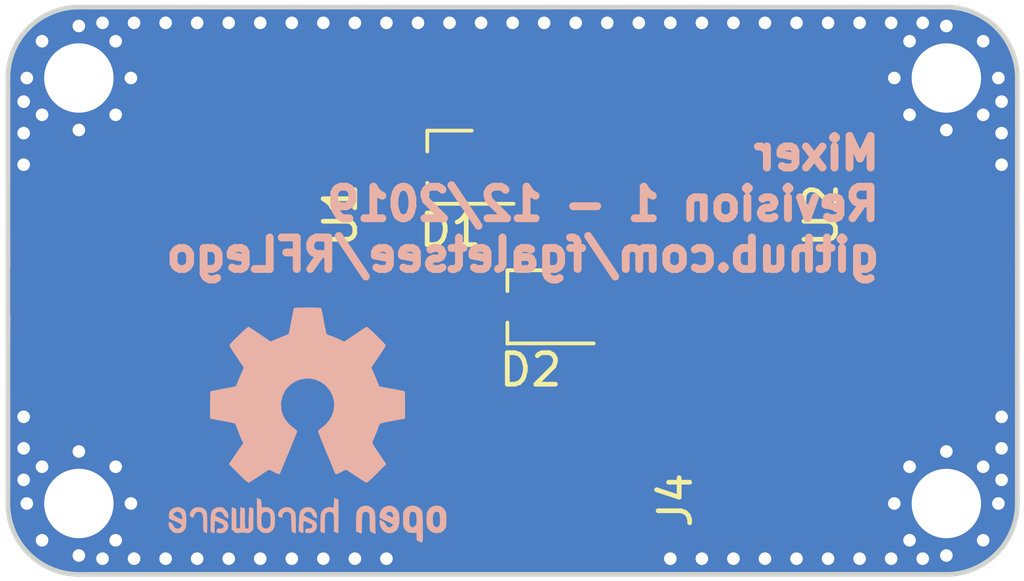
<source format=kicad_pcb>
(kicad_pcb (version 20171130) (host pcbnew 5.1.5)

  (general
    (thickness 1.6)
    (drawings 25)
    (tracks 93)
    (zones 0)
    (modules 12)
    (nets 9)
  )

  (page A4)
  (layers
    (0 F.Cu signal)
    (31 B.Cu signal)
    (32 B.Adhes user)
    (33 F.Adhes user)
    (34 B.Paste user)
    (35 F.Paste user)
    (36 B.SilkS user)
    (37 F.SilkS user)
    (38 B.Mask user hide)
    (39 F.Mask user hide)
    (40 Dwgs.User user)
    (41 Cmts.User user)
    (42 Eco1.User user)
    (43 Eco2.User user)
    (44 Edge.Cuts user)
    (45 Margin user hide)
    (46 B.CrtYd user hide)
    (47 F.CrtYd user hide)
    (48 B.Fab user)
    (49 F.Fab user hide)
  )

  (setup
    (last_trace_width 0.22)
    (trace_clearance 0.2)
    (zone_clearance 0)
    (zone_45_only no)
    (trace_min 0.2)
    (via_size 0.7)
    (via_drill 0.4)
    (via_min_size 0.6)
    (via_min_drill 0.3)
    (uvia_size 0.3)
    (uvia_drill 0.1)
    (uvias_allowed no)
    (uvia_min_size 0.2)
    (uvia_min_drill 0.1)
    (edge_width 0.15)
    (segment_width 0.15)
    (pcb_text_width 0.3)
    (pcb_text_size 1.5 1.5)
    (mod_edge_width 0.15)
    (mod_text_size 1 1)
    (mod_text_width 0.15)
    (pad_size 4.064 1.524)
    (pad_drill 0)
    (pad_to_mask_clearance 0.051)
    (solder_mask_min_width 0.25)
    (aux_axis_origin 100 100)
    (grid_origin 100 100)
    (visible_elements FFFFFF7F)
    (pcbplotparams
      (layerselection 0x010fc_ffffffff)
      (usegerberextensions false)
      (usegerberattributes false)
      (usegerberadvancedattributes false)
      (creategerberjobfile false)
      (excludeedgelayer true)
      (linewidth 0.100000)
      (plotframeref false)
      (viasonmask false)
      (mode 1)
      (useauxorigin true)
      (hpglpennumber 1)
      (hpglpenspeed 20)
      (hpglpendiameter 15.000000)
      (psnegative false)
      (psa4output false)
      (plotreference true)
      (plotvalue true)
      (plotinvisibletext false)
      (padsonsilk false)
      (subtractmaskfromsilk false)
      (outputformat 1)
      (mirror false)
      (drillshape 0)
      (scaleselection 1)
      (outputdirectory ""))
  )

  (net 0 "")
  (net 1 GND)
  (net 2 "Net-(D1-Pad1)")
  (net 3 "Net-(D1-Pad2)")
  (net 4 "Net-(D1-Pad3)")
  (net 5 "Net-(D2-Pad3)")
  (net 6 "Net-(J1-Pad1)")
  (net 7 "Net-(J2-Pad1)")
  (net 8 "Net-(J4-Pad1)")

  (net_class Default "This is the default net class."
    (clearance 0.2)
    (trace_width 0.22)
    (via_dia 0.7)
    (via_drill 0.4)
    (uvia_dia 0.3)
    (uvia_drill 0.1)
    (diff_pair_width 0.2)
    (diff_pair_gap 0.2)
    (add_net GND)
    (add_net "Net-(D1-Pad1)")
    (add_net "Net-(D1-Pad2)")
    (add_net "Net-(D1-Pad3)")
    (add_net "Net-(D2-Pad3)")
    (add_net "Net-(J1-Pad1)")
    (add_net "Net-(J2-Pad1)")
    (add_net "Net-(J4-Pad1)")
  )

  (net_class "50 Ohm thin" ""
    (clearance 0.19)
    (trace_width 1)
    (via_dia 0.7)
    (via_drill 0.4)
    (uvia_dia 0.3)
    (uvia_drill 0.1)
    (diff_pair_width 0.2)
    (diff_pair_gap 0.2)
  )

  (net_class 50Ohm ""
    (clearance 0.32)
    (trace_width 1.5)
    (via_dia 0.7)
    (via_drill 0.4)
    (uvia_dia 0.3)
    (uvia_drill 0.1)
    (diff_pair_width 0.2)
    (diff_pair_gap 0.2)
  )

  (module MountingHole:MountingHole_2.2mm_M2_Pad_Via (layer F.Cu) (tedit 5C589B5C) (tstamp 5C654A6F)
    (at 102.25 102.25)
    (descr "Mounting Hole 2.2mm, M2")
    (tags "mounting hole 2.2mm m2")
    (path /5C581276)
    (attr virtual)
    (fp_text reference H1 (at 0 -3.2) (layer F.SilkS) hide
      (effects (font (size 1 1) (thickness 0.15)))
    )
    (fp_text value MountingHole_Pad (at 0 3.2) (layer F.Fab)
      (effects (font (size 1 1) (thickness 0.15)))
    )
    (fp_text user %R (at 0.3 0) (layer F.Fab)
      (effects (font (size 1 1) (thickness 0.15)))
    )
    (fp_circle (center 0 0) (end 2.2 0) (layer Cmts.User) (width 0.15))
    (fp_circle (center 0 0) (end 2.45 0) (layer F.CrtYd) (width 0.05))
    (pad 1 thru_hole circle (at 0 0) (size 4.4 4.4) (drill 2.2) (layers *.Cu *.Mask)
      (net 1 GND))
    (pad 1 thru_hole circle (at 1.65 0) (size 0.7 0.7) (drill 0.4) (layers *.Cu *.Mask)
      (net 1 GND))
    (pad 1 thru_hole circle (at 1.166726 1.166726) (size 0.7 0.7) (drill 0.4) (layers *.Cu *.Mask)
      (net 1 GND))
    (pad 1 thru_hole circle (at 0 1.65) (size 0.7 0.7) (drill 0.4) (layers *.Cu *.Mask)
      (net 1 GND))
    (pad 1 thru_hole circle (at -1.166726 1.166726) (size 0.7 0.7) (drill 0.4) (layers *.Cu *.Mask)
      (net 1 GND))
    (pad 1 thru_hole circle (at -1.65 0) (size 0.7 0.7) (drill 0.4) (layers *.Cu *.Mask)
      (net 1 GND))
    (pad 1 thru_hole circle (at -1.166726 -1.166726) (size 0.7 0.7) (drill 0.4) (layers *.Cu *.Mask)
      (net 1 GND))
    (pad 1 thru_hole circle (at 0 -1.65) (size 0.7 0.7) (drill 0.4) (layers *.Cu *.Mask)
      (net 1 GND))
    (pad 1 thru_hole circle (at 1.166726 -1.166726) (size 0.7 0.7) (drill 0.4) (layers *.Cu *.Mask)
      (net 1 GND))
  )

  (module MountingHole:MountingHole_2.2mm_M2_Pad_Via (layer F.Cu) (tedit 5C589B60) (tstamp 5C654BAF)
    (at 102.25 115.75)
    (descr "Mounting Hole 2.2mm, M2")
    (tags "mounting hole 2.2mm m2")
    (path /5C58129C)
    (attr virtual)
    (fp_text reference H2 (at 0 -3.2) (layer F.SilkS) hide
      (effects (font (size 1 1) (thickness 0.15)))
    )
    (fp_text value MountingHole_Pad (at 0 3.2) (layer F.Fab)
      (effects (font (size 1 1) (thickness 0.15)))
    )
    (fp_circle (center 0 0) (end 2.45 0) (layer F.CrtYd) (width 0.05))
    (fp_circle (center 0 0) (end 2.2 0) (layer Cmts.User) (width 0.15))
    (fp_text user %R (at 0.3 0) (layer F.Fab)
      (effects (font (size 1 1) (thickness 0.15)))
    )
    (pad 1 thru_hole circle (at 1.166726 -1.166726) (size 0.7 0.7) (drill 0.4) (layers *.Cu *.Mask)
      (net 1 GND))
    (pad 1 thru_hole circle (at 0 -1.65) (size 0.7 0.7) (drill 0.4) (layers *.Cu *.Mask)
      (net 1 GND))
    (pad 1 thru_hole circle (at -1.166726 -1.166726) (size 0.7 0.7) (drill 0.4) (layers *.Cu *.Mask)
      (net 1 GND))
    (pad 1 thru_hole circle (at -1.65 0) (size 0.7 0.7) (drill 0.4) (layers *.Cu *.Mask)
      (net 1 GND))
    (pad 1 thru_hole circle (at -1.166726 1.166726) (size 0.7 0.7) (drill 0.4) (layers *.Cu *.Mask)
      (net 1 GND))
    (pad 1 thru_hole circle (at 0 1.65) (size 0.7 0.7) (drill 0.4) (layers *.Cu *.Mask)
      (net 1 GND))
    (pad 1 thru_hole circle (at 1.166726 1.166726) (size 0.7 0.7) (drill 0.4) (layers *.Cu *.Mask)
      (net 1 GND))
    (pad 1 thru_hole circle (at 1.65 0) (size 0.7 0.7) (drill 0.4) (layers *.Cu *.Mask)
      (net 1 GND))
    (pad 1 thru_hole circle (at 0 0) (size 4.4 4.4) (drill 2.2) (layers *.Cu *.Mask)
      (net 1 GND))
  )

  (module MountingHole:MountingHole_2.2mm_M2_Pad_Via (layer F.Cu) (tedit 5C589B6A) (tstamp 5C654A8F)
    (at 129.75 102.25)
    (descr "Mounting Hole 2.2mm, M2")
    (tags "mounting hole 2.2mm m2")
    (path /5C589BDE)
    (attr virtual)
    (fp_text reference H3 (at 0 -3.2) (layer F.SilkS) hide
      (effects (font (size 1 1) (thickness 0.15)))
    )
    (fp_text value MountingHole_Pad (at 0 3.2) (layer F.Fab)
      (effects (font (size 1 1) (thickness 0.15)))
    )
    (fp_text user %R (at 0.3 0) (layer F.Fab)
      (effects (font (size 1 1) (thickness 0.15)))
    )
    (fp_circle (center 0 0) (end 2.2 0) (layer Cmts.User) (width 0.15))
    (fp_circle (center 0 0) (end 2.45 0) (layer F.CrtYd) (width 0.05))
    (pad 1 thru_hole circle (at 0 0) (size 4.4 4.4) (drill 2.2) (layers *.Cu *.Mask)
      (net 1 GND))
    (pad 1 thru_hole circle (at 1.65 0) (size 0.7 0.7) (drill 0.4) (layers *.Cu *.Mask)
      (net 1 GND))
    (pad 1 thru_hole circle (at 1.166726 1.166726) (size 0.7 0.7) (drill 0.4) (layers *.Cu *.Mask)
      (net 1 GND))
    (pad 1 thru_hole circle (at 0 1.65) (size 0.7 0.7) (drill 0.4) (layers *.Cu *.Mask)
      (net 1 GND))
    (pad 1 thru_hole circle (at -1.166726 1.166726) (size 0.7 0.7) (drill 0.4) (layers *.Cu *.Mask)
      (net 1 GND))
    (pad 1 thru_hole circle (at -1.65 0) (size 0.7 0.7) (drill 0.4) (layers *.Cu *.Mask)
      (net 1 GND))
    (pad 1 thru_hole circle (at -1.166726 -1.166726) (size 0.7 0.7) (drill 0.4) (layers *.Cu *.Mask)
      (net 1 GND))
    (pad 1 thru_hole circle (at 0 -1.65) (size 0.7 0.7) (drill 0.4) (layers *.Cu *.Mask)
      (net 1 GND))
    (pad 1 thru_hole circle (at 1.166726 -1.166726) (size 0.7 0.7) (drill 0.4) (layers *.Cu *.Mask)
      (net 1 GND))
  )

  (module MountingHole:MountingHole_2.2mm_M2_Pad_Via (layer F.Cu) (tedit 5C589B67) (tstamp 5C654A9F)
    (at 129.75 115.75)
    (descr "Mounting Hole 2.2mm, M2")
    (tags "mounting hole 2.2mm m2")
    (path /5C589CB1)
    (attr virtual)
    (fp_text reference H4 (at 0 -3.2) (layer F.SilkS) hide
      (effects (font (size 1 1) (thickness 0.15)))
    )
    (fp_text value MountingHole_Pad (at 0 3.2) (layer F.Fab)
      (effects (font (size 1 1) (thickness 0.15)))
    )
    (fp_circle (center 0 0) (end 2.45 0) (layer F.CrtYd) (width 0.05))
    (fp_circle (center 0 0) (end 2.2 0) (layer Cmts.User) (width 0.15))
    (fp_text user %R (at 0.3 0) (layer F.Fab)
      (effects (font (size 1 1) (thickness 0.15)))
    )
    (pad 1 thru_hole circle (at 1.166726 -1.166726) (size 0.7 0.7) (drill 0.4) (layers *.Cu *.Mask)
      (net 1 GND))
    (pad 1 thru_hole circle (at 0 -1.65) (size 0.7 0.7) (drill 0.4) (layers *.Cu *.Mask)
      (net 1 GND))
    (pad 1 thru_hole circle (at -1.166726 -1.166726) (size 0.7 0.7) (drill 0.4) (layers *.Cu *.Mask)
      (net 1 GND))
    (pad 1 thru_hole circle (at -1.65 0) (size 0.7 0.7) (drill 0.4) (layers *.Cu *.Mask)
      (net 1 GND))
    (pad 1 thru_hole circle (at -1.166726 1.166726) (size 0.7 0.7) (drill 0.4) (layers *.Cu *.Mask)
      (net 1 GND))
    (pad 1 thru_hole circle (at 0 1.65) (size 0.7 0.7) (drill 0.4) (layers *.Cu *.Mask)
      (net 1 GND))
    (pad 1 thru_hole circle (at 1.166726 1.166726) (size 0.7 0.7) (drill 0.4) (layers *.Cu *.Mask)
      (net 1 GND))
    (pad 1 thru_hole circle (at 1.65 0) (size 0.7 0.7) (drill 0.4) (layers *.Cu *.Mask)
      (net 1 GND))
    (pad 1 thru_hole circle (at 0 0) (size 4.4 4.4) (drill 2.2) (layers *.Cu *.Mask)
      (net 1 GND))
  )

  (module RFLego_Footprint:SMA_Edge (layer F.Cu) (tedit 5C589B63) (tstamp 5C654AA8)
    (at 100 109)
    (path /5C58165C)
    (fp_text reference J1 (at 2.1336 4.6482) (layer F.SilkS) hide
      (effects (font (size 1 1) (thickness 0.15)))
    )
    (fp_text value SMA (at 1.27 6.35) (layer F.Fab) hide
      (effects (font (size 1 1) (thickness 0.15)))
    )
    (pad 1 smd rect (at 2.032 0) (size 4.064 1.524) (layers F.Cu F.Mask)
      (net 6 "Net-(J1-Pad1)"))
    (pad 2 smd rect (at 2.032 -2.54) (size 4.064 1.524) (layers F.Cu F.Mask)
      (net 1 GND))
    (pad 2 smd rect (at 2.032 2.54) (size 4.064 1.524) (layers B.Cu B.Mask)
      (net 1 GND))
    (pad 2 smd rect (at 2.032 -2.54) (size 4.064 1.524) (layers B.Cu B.Mask)
      (net 1 GND))
    (pad 2 smd rect (at 2.032 2.54) (size 4.064 1.524) (layers F.Cu F.Mask)
      (net 1 GND))
  )

  (module RFLego_Footprint:SMA_Edge (layer F.Cu) (tedit 5C58AA95) (tstamp 5C654AB1)
    (at 127.968 109)
    (path /5C581B40)
    (fp_text reference J2 (at 2.1336 4.6482) (layer F.SilkS) hide
      (effects (font (size 1 1) (thickness 0.15)))
    )
    (fp_text value SMA (at 1.27 6.35) (layer F.Fab) hide
      (effects (font (size 1 1) (thickness 0.15)))
    )
    (pad 2 smd rect (at 2.032 2.54) (size 4.064 1.524) (layers F.Cu F.Mask)
      (net 1 GND))
    (pad 2 smd rect (at 2.032 -2.54) (size 4.064 1.524) (layers B.Cu B.Mask)
      (net 1 GND))
    (pad 2 smd rect (at 2.032 2.54) (size 4.064 1.524) (layers B.Cu B.Mask)
      (net 1 GND))
    (pad 2 smd rect (at 2.032 -2.54) (size 4.064 1.524) (layers F.Cu F.Mask)
      (net 1 GND))
    (pad 1 smd rect (at 2.032 0) (size 4.064 1.524) (layers F.Cu F.Mask)
      (net 7 "Net-(J2-Pad1)"))
  )

  (module Symbol:OSHW-Logo2_9.8x8mm_SilkScreen (layer B.Cu) (tedit 0) (tstamp 5C71C66D)
    (at 109.5 113.25 180)
    (descr "Open Source Hardware Symbol")
    (tags "Logo Symbol OSHW")
    (attr virtual)
    (fp_text reference REF** (at 0 0 180) (layer B.SilkS) hide
      (effects (font (size 1 1) (thickness 0.15)) (justify mirror))
    )
    (fp_text value OSHW-Logo2_9.8x8mm_SilkScreen (at 0.75 0 180) (layer B.Fab) hide
      (effects (font (size 1 1) (thickness 0.15)) (justify mirror))
    )
    (fp_poly (pts (xy 0.139878 3.712224) (xy 0.245612 3.711645) (xy 0.322132 3.710078) (xy 0.374372 3.707028)
      (xy 0.407263 3.702004) (xy 0.425737 3.694511) (xy 0.434727 3.684056) (xy 0.439163 3.670147)
      (xy 0.439594 3.668346) (xy 0.446333 3.635855) (xy 0.458808 3.571748) (xy 0.475719 3.482849)
      (xy 0.495771 3.375981) (xy 0.517664 3.257967) (xy 0.518429 3.253822) (xy 0.540359 3.138169)
      (xy 0.560877 3.035986) (xy 0.578659 2.953402) (xy 0.592381 2.896544) (xy 0.600718 2.871542)
      (xy 0.601116 2.871099) (xy 0.625677 2.85889) (xy 0.676315 2.838544) (xy 0.742095 2.814455)
      (xy 0.742461 2.814326) (xy 0.825317 2.783182) (xy 0.923 2.743509) (xy 1.015077 2.703619)
      (xy 1.019434 2.701647) (xy 1.169407 2.63358) (xy 1.501498 2.860361) (xy 1.603374 2.929496)
      (xy 1.695657 2.991303) (xy 1.773003 3.042267) (xy 1.830064 3.078873) (xy 1.861495 3.097606)
      (xy 1.864479 3.098996) (xy 1.887321 3.09281) (xy 1.929982 3.062965) (xy 1.994128 3.008053)
      (xy 2.081421 2.926666) (xy 2.170535 2.840078) (xy 2.256441 2.754753) (xy 2.333327 2.676892)
      (xy 2.396564 2.611303) (xy 2.441523 2.562795) (xy 2.463576 2.536175) (xy 2.464396 2.534805)
      (xy 2.466834 2.516537) (xy 2.45765 2.486705) (xy 2.434574 2.441279) (xy 2.395337 2.37623)
      (xy 2.33767 2.28753) (xy 2.260795 2.173343) (xy 2.19257 2.072838) (xy 2.131582 1.982697)
      (xy 2.081356 1.908151) (xy 2.045416 1.854435) (xy 2.027287 1.826782) (xy 2.026146 1.824905)
      (xy 2.028359 1.79841) (xy 2.045138 1.746914) (xy 2.073142 1.680149) (xy 2.083122 1.658828)
      (xy 2.126672 1.563841) (xy 2.173134 1.456063) (xy 2.210877 1.362808) (xy 2.238073 1.293594)
      (xy 2.259675 1.240994) (xy 2.272158 1.213503) (xy 2.273709 1.211384) (xy 2.296668 1.207876)
      (xy 2.350786 1.198262) (xy 2.428868 1.183911) (xy 2.523719 1.166193) (xy 2.628143 1.146475)
      (xy 2.734944 1.126126) (xy 2.836926 1.106514) (xy 2.926894 1.089009) (xy 2.997653 1.074978)
      (xy 3.042006 1.065791) (xy 3.052885 1.063193) (xy 3.064122 1.056782) (xy 3.072605 1.042303)
      (xy 3.078714 1.014867) (xy 3.082832 0.969589) (xy 3.085341 0.90158) (xy 3.086621 0.805953)
      (xy 3.087054 0.67782) (xy 3.087077 0.625299) (xy 3.087077 0.198155) (xy 2.9845 0.177909)
      (xy 2.927431 0.16693) (xy 2.842269 0.150905) (xy 2.739372 0.131767) (xy 2.629096 0.111449)
      (xy 2.598615 0.105868) (xy 2.496855 0.086083) (xy 2.408205 0.066627) (xy 2.340108 0.049303)
      (xy 2.300004 0.035912) (xy 2.293323 0.031921) (xy 2.276919 0.003658) (xy 2.253399 -0.051109)
      (xy 2.227316 -0.121588) (xy 2.222142 -0.136769) (xy 2.187956 -0.230896) (xy 2.145523 -0.337101)
      (xy 2.103997 -0.432473) (xy 2.103792 -0.432916) (xy 2.03464 -0.582525) (xy 2.489512 -1.251617)
      (xy 2.1975 -1.544116) (xy 2.10918 -1.63117) (xy 2.028625 -1.707909) (xy 1.96036 -1.770237)
      (xy 1.908908 -1.814056) (xy 1.878794 -1.83527) (xy 1.874474 -1.836616) (xy 1.849111 -1.826016)
      (xy 1.797358 -1.796547) (xy 1.724868 -1.751705) (xy 1.637294 -1.694984) (xy 1.542612 -1.631462)
      (xy 1.446516 -1.566668) (xy 1.360837 -1.510287) (xy 1.291016 -1.465788) (xy 1.242494 -1.436639)
      (xy 1.220782 -1.426308) (xy 1.194293 -1.43505) (xy 1.144062 -1.458087) (xy 1.080451 -1.490631)
      (xy 1.073708 -1.494249) (xy 0.988046 -1.53721) (xy 0.929306 -1.558279) (xy 0.892772 -1.558503)
      (xy 0.873731 -1.538928) (xy 0.87362 -1.538654) (xy 0.864102 -1.515472) (xy 0.841403 -1.460441)
      (xy 0.807282 -1.377822) (xy 0.7635 -1.271872) (xy 0.711816 -1.146852) (xy 0.653992 -1.00702)
      (xy 0.597991 -0.871637) (xy 0.536447 -0.722234) (xy 0.479939 -0.583832) (xy 0.430161 -0.460673)
      (xy 0.388806 -0.357002) (xy 0.357568 -0.277059) (xy 0.338141 -0.225088) (xy 0.332154 -0.205692)
      (xy 0.347168 -0.183443) (xy 0.386439 -0.147982) (xy 0.438807 -0.108887) (xy 0.587941 0.014755)
      (xy 0.704511 0.156478) (xy 0.787118 0.313296) (xy 0.834366 0.482225) (xy 0.844857 0.660278)
      (xy 0.837231 0.742461) (xy 0.795682 0.912969) (xy 0.724123 1.063541) (xy 0.626995 1.192691)
      (xy 0.508734 1.298936) (xy 0.37378 1.38079) (xy 0.226571 1.436768) (xy 0.071544 1.465385)
      (xy -0.086861 1.465156) (xy -0.244206 1.434595) (xy -0.396054 1.372218) (xy -0.537965 1.27654)
      (xy -0.597197 1.222428) (xy -0.710797 1.08348) (xy -0.789894 0.931639) (xy -0.835014 0.771333)
      (xy -0.846684 0.606988) (xy -0.825431 0.443029) (xy -0.77178 0.283882) (xy -0.68626 0.133975)
      (xy -0.569395 -0.002267) (xy -0.438807 -0.108887) (xy -0.384412 -0.149642) (xy -0.345986 -0.184718)
      (xy -0.332154 -0.205726) (xy -0.339397 -0.228635) (xy -0.359995 -0.283365) (xy -0.392254 -0.365672)
      (xy -0.434479 -0.471315) (xy -0.484977 -0.59605) (xy -0.542052 -0.735636) (xy -0.598146 -0.87167)
      (xy -0.660033 -1.021201) (xy -0.717356 -1.159767) (xy -0.768356 -1.283107) (xy -0.811273 -1.386964)
      (xy -0.844347 -1.46708) (xy -0.865819 -1.519195) (xy -0.873775 -1.538654) (xy -0.892571 -1.558423)
      (xy -0.928926 -1.558365) (xy -0.987521 -1.537441) (xy -1.073032 -1.494613) (xy -1.073708 -1.494249)
      (xy -1.138093 -1.461012) (xy -1.190139 -1.436802) (xy -1.219488 -1.426404) (xy -1.220783 -1.426308)
      (xy -1.242876 -1.436855) (xy -1.291652 -1.466184) (xy -1.361669 -1.510827) (xy -1.447486 -1.567314)
      (xy -1.542612 -1.631462) (xy -1.63946 -1.696411) (xy -1.726747 -1.752896) (xy -1.798819 -1.797421)
      (xy -1.850023 -1.82649) (xy -1.874474 -1.836616) (xy -1.89699 -1.823307) (xy -1.942258 -1.786112)
      (xy -2.005756 -1.729128) (xy -2.082961 -1.656449) (xy -2.169349 -1.572171) (xy -2.197601 -1.544016)
      (xy -2.489713 -1.251416) (xy -2.267369 -0.925104) (xy -2.199798 -0.824897) (xy -2.140493 -0.734963)
      (xy -2.092783 -0.66051) (xy -2.059993 -0.606751) (xy -2.045452 -0.578894) (xy -2.045026 -0.576912)
      (xy -2.052692 -0.550655) (xy -2.073311 -0.497837) (xy -2.103315 -0.42731) (xy -2.124375 -0.380093)
      (xy -2.163752 -0.289694) (xy -2.200835 -0.198366) (xy -2.229585 -0.1212) (xy -2.237395 -0.097692)
      (xy -2.259583 -0.034916) (xy -2.281273 0.013589) (xy -2.293187 0.031921) (xy -2.319477 0.043141)
      (xy -2.376858 0.059046) (xy -2.457882 0.077833) (xy -2.555105 0.097701) (xy -2.598615 0.105868)
      (xy -2.709104 0.126171) (xy -2.815084 0.14583) (xy -2.906199 0.162912) (xy -2.972092 0.175482)
      (xy -2.9845 0.177909) (xy -3.087077 0.198155) (xy -3.087077 0.625299) (xy -3.086847 0.765754)
      (xy -3.085901 0.872021) (xy -3.083859 0.948987) (xy -3.080338 1.00154) (xy -3.074957 1.034567)
      (xy -3.067334 1.052955) (xy -3.057088 1.061592) (xy -3.052885 1.063193) (xy -3.02753 1.068873)
      (xy -2.971516 1.080205) (xy -2.892036 1.095821) (xy -2.796288 1.114353) (xy -2.691467 1.134431)
      (xy -2.584768 1.154688) (xy -2.483387 1.173754) (xy -2.394521 1.190261) (xy -2.325363 1.202841)
      (xy -2.283111 1.210125) (xy -2.27371 1.211384) (xy -2.265193 1.228237) (xy -2.24634 1.27313)
      (xy -2.220676 1.33757) (xy -2.210877 1.362808) (xy -2.171352 1.460314) (xy -2.124808 1.568041)
      (xy -2.083123 1.658828) (xy -2.05245 1.728247) (xy -2.032044 1.78529) (xy -2.025232 1.820223)
      (xy -2.026318 1.824905) (xy -2.040715 1.847009) (xy -2.073588 1.896169) (xy -2.12141 1.967152)
      (xy -2.180652 2.054722) (xy -2.247785 2.153643) (xy -2.261059 2.17317) (xy -2.338954 2.28886)
      (xy -2.396213 2.376956) (xy -2.435119 2.441514) (xy -2.457956 2.486589) (xy -2.467006 2.516237)
      (xy -2.464552 2.534515) (xy -2.464489 2.534631) (xy -2.445173 2.558639) (xy -2.402449 2.605053)
      (xy -2.340949 2.669063) (xy -2.265302 2.745855) (xy -2.180139 2.830618) (xy -2.170535 2.840078)
      (xy -2.06321 2.944011) (xy -1.980385 3.020325) (xy -1.920395 3.070429) (xy -1.881577 3.09573)
      (xy -1.86448 3.098996) (xy -1.839527 3.08475) (xy -1.787745 3.051844) (xy -1.71448 3.003792)
      (xy -1.62508 2.94411) (xy -1.524889 2.876312) (xy -1.501499 2.860361) (xy -1.169407 2.63358)
      (xy -1.019435 2.701647) (xy -0.92823 2.741315) (xy -0.830331 2.781209) (xy -0.746169 2.813017)
      (xy -0.742462 2.814326) (xy -0.676631 2.838424) (xy -0.625884 2.8588) (xy -0.601158 2.871064)
      (xy -0.601116 2.871099) (xy -0.593271 2.893266) (xy -0.579934 2.947783) (xy -0.56243 3.02852)
      (xy -0.542083 3.12935) (xy -0.520218 3.244144) (xy -0.518429 3.253822) (xy -0.496496 3.372096)
      (xy -0.47636 3.479458) (xy -0.45932 3.569083) (xy -0.446672 3.634149) (xy -0.439716 3.667832)
      (xy -0.439594 3.668346) (xy -0.435361 3.682675) (xy -0.427129 3.693493) (xy -0.409967 3.701294)
      (xy -0.378942 3.706571) (xy -0.329122 3.709818) (xy -0.255576 3.711528) (xy -0.153371 3.712193)
      (xy -0.017575 3.712307) (xy 0 3.712308) (xy 0.139878 3.712224)) (layer B.SilkS) (width 0.01))
    (fp_poly (pts (xy 4.245224 -2.647838) (xy 4.322528 -2.698361) (xy 4.359814 -2.74359) (xy 4.389353 -2.825663)
      (xy 4.391699 -2.890607) (xy 4.386385 -2.977445) (xy 4.186115 -3.065103) (xy 4.088739 -3.109887)
      (xy 4.025113 -3.145913) (xy 3.992029 -3.177117) (xy 3.98628 -3.207436) (xy 4.004658 -3.240805)
      (xy 4.024923 -3.262923) (xy 4.083889 -3.298393) (xy 4.148024 -3.300879) (xy 4.206926 -3.273235)
      (xy 4.250197 -3.21832) (xy 4.257936 -3.198928) (xy 4.295006 -3.138364) (xy 4.337654 -3.112552)
      (xy 4.396154 -3.090471) (xy 4.396154 -3.174184) (xy 4.390982 -3.23115) (xy 4.370723 -3.279189)
      (xy 4.328262 -3.334346) (xy 4.321951 -3.341514) (xy 4.27472 -3.390585) (xy 4.234121 -3.41692)
      (xy 4.183328 -3.429035) (xy 4.14122 -3.433003) (xy 4.065902 -3.433991) (xy 4.012286 -3.421466)
      (xy 3.978838 -3.402869) (xy 3.926268 -3.361975) (xy 3.889879 -3.317748) (xy 3.86685 -3.262126)
      (xy 3.854359 -3.187047) (xy 3.849587 -3.084449) (xy 3.849206 -3.032376) (xy 3.850501 -2.969948)
      (xy 3.968471 -2.969948) (xy 3.969839 -3.003438) (xy 3.973249 -3.008923) (xy 3.995753 -3.001472)
      (xy 4.044182 -2.981753) (xy 4.108908 -2.953718) (xy 4.122443 -2.947692) (xy 4.204244 -2.906096)
      (xy 4.249312 -2.869538) (xy 4.259217 -2.835296) (xy 4.235526 -2.800648) (xy 4.21596 -2.785339)
      (xy 4.14536 -2.754721) (xy 4.07928 -2.75978) (xy 4.023959 -2.797151) (xy 3.985636 -2.863473)
      (xy 3.973349 -2.916116) (xy 3.968471 -2.969948) (xy 3.850501 -2.969948) (xy 3.85173 -2.91072)
      (xy 3.861032 -2.82071) (xy 3.87946 -2.755167) (xy 3.90936 -2.706912) (xy 3.95308 -2.668767)
      (xy 3.972141 -2.65644) (xy 4.058726 -2.624336) (xy 4.153522 -2.622316) (xy 4.245224 -2.647838)) (layer B.SilkS) (width 0.01))
    (fp_poly (pts (xy 3.570807 -2.636782) (xy 3.594161 -2.646988) (xy 3.649902 -2.691134) (xy 3.697569 -2.754967)
      (xy 3.727048 -2.823087) (xy 3.731846 -2.85667) (xy 3.71576 -2.903556) (xy 3.680475 -2.928365)
      (xy 3.642644 -2.943387) (xy 3.625321 -2.946155) (xy 3.616886 -2.926066) (xy 3.60023 -2.882351)
      (xy 3.592923 -2.862598) (xy 3.551948 -2.794271) (xy 3.492622 -2.760191) (xy 3.416552 -2.761239)
      (xy 3.410918 -2.762581) (xy 3.370305 -2.781836) (xy 3.340448 -2.819375) (xy 3.320055 -2.879809)
      (xy 3.307836 -2.967751) (xy 3.3025 -3.087813) (xy 3.302 -3.151698) (xy 3.301752 -3.252403)
      (xy 3.300126 -3.321054) (xy 3.295801 -3.364673) (xy 3.287454 -3.390282) (xy 3.273765 -3.404903)
      (xy 3.253411 -3.415558) (xy 3.252234 -3.416095) (xy 3.213038 -3.432667) (xy 3.193619 -3.438769)
      (xy 3.190635 -3.420319) (xy 3.188081 -3.369323) (xy 3.18614 -3.292308) (xy 3.184997 -3.195805)
      (xy 3.184769 -3.125184) (xy 3.185932 -2.988525) (xy 3.190479 -2.884851) (xy 3.199999 -2.808108)
      (xy 3.216081 -2.752246) (xy 3.240313 -2.711212) (xy 3.274286 -2.678954) (xy 3.307833 -2.65644)
      (xy 3.388499 -2.626476) (xy 3.482381 -2.619718) (xy 3.570807 -2.636782)) (layer B.SilkS) (width 0.01))
    (fp_poly (pts (xy 2.887333 -2.633528) (xy 2.94359 -2.659117) (xy 2.987747 -2.690124) (xy 3.020101 -2.724795)
      (xy 3.042438 -2.76952) (xy 3.056546 -2.830692) (xy 3.064211 -2.914701) (xy 3.06722 -3.02794)
      (xy 3.067538 -3.102509) (xy 3.067538 -3.39342) (xy 3.017773 -3.416095) (xy 2.978576 -3.432667)
      (xy 2.959157 -3.438769) (xy 2.955442 -3.42061) (xy 2.952495 -3.371648) (xy 2.950691 -3.300153)
      (xy 2.950308 -3.243385) (xy 2.948661 -3.161371) (xy 2.944222 -3.096309) (xy 2.93774 -3.056467)
      (xy 2.93259 -3.048) (xy 2.897977 -3.056646) (xy 2.84364 -3.078823) (xy 2.780722 -3.108886)
      (xy 2.720368 -3.141192) (xy 2.673721 -3.170098) (xy 2.651926 -3.189961) (xy 2.651839 -3.190175)
      (xy 2.653714 -3.226935) (xy 2.670525 -3.262026) (xy 2.700039 -3.290528) (xy 2.743116 -3.300061)
      (xy 2.779932 -3.29895) (xy 2.832074 -3.298133) (xy 2.859444 -3.310349) (xy 2.875882 -3.342624)
      (xy 2.877955 -3.34871) (xy 2.885081 -3.394739) (xy 2.866024 -3.422687) (xy 2.816353 -3.436007)
      (xy 2.762697 -3.43847) (xy 2.666142 -3.42021) (xy 2.616159 -3.394131) (xy 2.554429 -3.332868)
      (xy 2.52169 -3.25767) (xy 2.518753 -3.178211) (xy 2.546424 -3.104167) (xy 2.588047 -3.057769)
      (xy 2.629604 -3.031793) (xy 2.694922 -2.998907) (xy 2.771038 -2.965557) (xy 2.783726 -2.960461)
      (xy 2.867333 -2.923565) (xy 2.91553 -2.891046) (xy 2.93103 -2.858718) (xy 2.91655 -2.822394)
      (xy 2.891692 -2.794) (xy 2.832939 -2.759039) (xy 2.768293 -2.756417) (xy 2.709008 -2.783358)
      (xy 2.666339 -2.837088) (xy 2.660739 -2.85095) (xy 2.628133 -2.901936) (xy 2.58053 -2.939787)
      (xy 2.520461 -2.97085) (xy 2.520461 -2.882768) (xy 2.523997 -2.828951) (xy 2.539156 -2.786534)
      (xy 2.572768 -2.741279) (xy 2.605035 -2.70642) (xy 2.655209 -2.657062) (xy 2.694193 -2.630547)
      (xy 2.736064 -2.619911) (xy 2.78346 -2.618154) (xy 2.887333 -2.633528)) (layer B.SilkS) (width 0.01))
    (fp_poly (pts (xy 2.395929 -2.636662) (xy 2.398911 -2.688068) (xy 2.401247 -2.766192) (xy 2.402749 -2.864857)
      (xy 2.403231 -2.968343) (xy 2.403231 -3.318533) (xy 2.341401 -3.380363) (xy 2.298793 -3.418462)
      (xy 2.26139 -3.433895) (xy 2.21027 -3.432918) (xy 2.189978 -3.430433) (xy 2.126554 -3.4232)
      (xy 2.074095 -3.419055) (xy 2.061308 -3.418672) (xy 2.018199 -3.421176) (xy 1.956544 -3.427462)
      (xy 1.932638 -3.430433) (xy 1.873922 -3.435028) (xy 1.834464 -3.425046) (xy 1.795338 -3.394228)
      (xy 1.781215 -3.380363) (xy 1.719385 -3.318533) (xy 1.719385 -2.663503) (xy 1.76915 -2.640829)
      (xy 1.812002 -2.624034) (xy 1.837073 -2.618154) (xy 1.843501 -2.636736) (xy 1.849509 -2.688655)
      (xy 1.854697 -2.768172) (xy 1.858664 -2.869546) (xy 1.860577 -2.955192) (xy 1.865923 -3.292231)
      (xy 1.91256 -3.298825) (xy 1.954976 -3.294214) (xy 1.97576 -3.279287) (xy 1.98157 -3.251377)
      (xy 1.98653 -3.191925) (xy 1.990246 -3.108466) (xy 1.992324 -3.008532) (xy 1.992624 -2.957104)
      (xy 1.992923 -2.661054) (xy 2.054454 -2.639604) (xy 2.098004 -2.62502) (xy 2.121694 -2.618219)
      (xy 2.122377 -2.618154) (xy 2.124754 -2.636642) (xy 2.127366 -2.687906) (xy 2.129995 -2.765649)
      (xy 2.132421 -2.863574) (xy 2.134115 -2.955192) (xy 2.139461 -3.292231) (xy 2.256692 -3.292231)
      (xy 2.262072 -2.984746) (xy 2.267451 -2.677261) (xy 2.324601 -2.647707) (xy 2.366797 -2.627413)
      (xy 2.39177 -2.618204) (xy 2.392491 -2.618154) (xy 2.395929 -2.636662)) (layer B.SilkS) (width 0.01))
    (fp_poly (pts (xy 1.602081 -2.780289) (xy 1.601833 -2.92632) (xy 1.600872 -3.038655) (xy 1.598794 -3.122678)
      (xy 1.595193 -3.183769) (xy 1.589665 -3.227309) (xy 1.581804 -3.258679) (xy 1.571207 -3.283262)
      (xy 1.563182 -3.297294) (xy 1.496728 -3.373388) (xy 1.41247 -3.421084) (xy 1.319249 -3.438199)
      (xy 1.2259 -3.422546) (xy 1.170312 -3.394418) (xy 1.111957 -3.34576) (xy 1.072186 -3.286333)
      (xy 1.04819 -3.208507) (xy 1.037161 -3.104652) (xy 1.035599 -3.028462) (xy 1.035809 -3.022986)
      (xy 1.172308 -3.022986) (xy 1.173141 -3.110355) (xy 1.176961 -3.168192) (xy 1.185746 -3.206029)
      (xy 1.201474 -3.233398) (xy 1.220266 -3.254042) (xy 1.283375 -3.29389) (xy 1.351137 -3.297295)
      (xy 1.415179 -3.264025) (xy 1.420164 -3.259517) (xy 1.441439 -3.236067) (xy 1.454779 -3.208166)
      (xy 1.462001 -3.166641) (xy 1.464923 -3.102316) (xy 1.465385 -3.0312) (xy 1.464383 -2.941858)
      (xy 1.460238 -2.882258) (xy 1.451236 -2.843089) (xy 1.435667 -2.81504) (xy 1.422902 -2.800144)
      (xy 1.3636 -2.762575) (xy 1.295301 -2.758057) (xy 1.23011 -2.786753) (xy 1.217528 -2.797406)
      (xy 1.196111 -2.821063) (xy 1.182744 -2.849251) (xy 1.175566 -2.891245) (xy 1.172719 -2.956319)
      (xy 1.172308 -3.022986) (xy 1.035809 -3.022986) (xy 1.040322 -2.905765) (xy 1.056362 -2.813577)
      (xy 1.086528 -2.744269) (xy 1.133629 -2.690211) (xy 1.170312 -2.662505) (xy 1.23699 -2.632572)
      (xy 1.314272 -2.618678) (xy 1.38611 -2.622397) (xy 1.426308 -2.6374) (xy 1.442082 -2.64167)
      (xy 1.45255 -2.62575) (xy 1.459856 -2.583089) (xy 1.465385 -2.518106) (xy 1.471437 -2.445732)
      (xy 1.479844 -2.402187) (xy 1.495141 -2.377287) (xy 1.521864 -2.360845) (xy 1.538654 -2.353564)
      (xy 1.602154 -2.326963) (xy 1.602081 -2.780289)) (layer B.SilkS) (width 0.01))
    (fp_poly (pts (xy 0.713362 -2.62467) (xy 0.802117 -2.657421) (xy 0.874022 -2.71535) (xy 0.902144 -2.756128)
      (xy 0.932802 -2.830954) (xy 0.932165 -2.885058) (xy 0.899987 -2.921446) (xy 0.888081 -2.927633)
      (xy 0.836675 -2.946925) (xy 0.810422 -2.941982) (xy 0.80153 -2.909587) (xy 0.801077 -2.891692)
      (xy 0.784797 -2.825859) (xy 0.742365 -2.779807) (xy 0.683388 -2.757564) (xy 0.617475 -2.763161)
      (xy 0.563895 -2.792229) (xy 0.545798 -2.80881) (xy 0.532971 -2.828925) (xy 0.524306 -2.859332)
      (xy 0.518696 -2.906788) (xy 0.515035 -2.97805) (xy 0.512215 -3.079875) (xy 0.511484 -3.112115)
      (xy 0.50882 -3.22241) (xy 0.505792 -3.300036) (xy 0.50125 -3.351396) (xy 0.494046 -3.38289)
      (xy 0.483033 -3.40092) (xy 0.46706 -3.411888) (xy 0.456834 -3.416733) (xy 0.413406 -3.433301)
      (xy 0.387842 -3.438769) (xy 0.379395 -3.420507) (xy 0.374239 -3.365296) (xy 0.372346 -3.272499)
      (xy 0.373689 -3.141478) (xy 0.374107 -3.121269) (xy 0.377058 -3.001733) (xy 0.380548 -2.914449)
      (xy 0.385514 -2.852591) (xy 0.392893 -2.809336) (xy 0.403624 -2.77786) (xy 0.418645 -2.751339)
      (xy 0.426502 -2.739975) (xy 0.471553 -2.689692) (xy 0.52194 -2.650581) (xy 0.528108 -2.647167)
      (xy 0.618458 -2.620212) (xy 0.713362 -2.62467)) (layer B.SilkS) (width 0.01))
    (fp_poly (pts (xy 0.053501 -2.626303) (xy 0.13006 -2.654733) (xy 0.130936 -2.655279) (xy 0.178285 -2.690127)
      (xy 0.213241 -2.730852) (xy 0.237825 -2.783925) (xy 0.254062 -2.855814) (xy 0.263975 -2.952992)
      (xy 0.269586 -3.081928) (xy 0.270077 -3.100298) (xy 0.277141 -3.377287) (xy 0.217695 -3.408028)
      (xy 0.174681 -3.428802) (xy 0.14871 -3.438646) (xy 0.147509 -3.438769) (xy 0.143014 -3.420606)
      (xy 0.139444 -3.371612) (xy 0.137248 -3.300031) (xy 0.136769 -3.242068) (xy 0.136758 -3.14817)
      (xy 0.132466 -3.089203) (xy 0.117503 -3.061079) (xy 0.085482 -3.059706) (xy 0.030014 -3.080998)
      (xy -0.053731 -3.120136) (xy -0.115311 -3.152643) (xy -0.146983 -3.180845) (xy -0.156294 -3.211582)
      (xy -0.156308 -3.213104) (xy -0.140943 -3.266054) (xy -0.095453 -3.29466) (xy -0.025834 -3.298803)
      (xy 0.024313 -3.298084) (xy 0.050754 -3.312527) (xy 0.067243 -3.347218) (xy 0.076733 -3.391416)
      (xy 0.063057 -3.416493) (xy 0.057907 -3.420082) (xy 0.009425 -3.434496) (xy -0.058469 -3.436537)
      (xy -0.128388 -3.426983) (xy -0.177932 -3.409522) (xy -0.24643 -3.351364) (xy -0.285366 -3.270408)
      (xy -0.293077 -3.20716) (xy -0.287193 -3.150111) (xy -0.265899 -3.103542) (xy -0.223735 -3.062181)
      (xy -0.155241 -3.020755) (xy -0.054956 -2.973993) (xy -0.048846 -2.97135) (xy 0.04149 -2.929617)
      (xy 0.097235 -2.895391) (xy 0.121129 -2.864635) (xy 0.115913 -2.833311) (xy 0.084328 -2.797383)
      (xy 0.074883 -2.789116) (xy 0.011617 -2.757058) (xy -0.053936 -2.758407) (xy -0.111028 -2.789838)
      (xy -0.148907 -2.848024) (xy -0.152426 -2.859446) (xy -0.1867 -2.914837) (xy -0.230191 -2.941518)
      (xy -0.293077 -2.96796) (xy -0.293077 -2.899548) (xy -0.273948 -2.80011) (xy -0.217169 -2.708902)
      (xy -0.187622 -2.678389) (xy -0.120458 -2.639228) (xy -0.035044 -2.6215) (xy 0.053501 -2.626303)) (layer B.SilkS) (width 0.01))
    (fp_poly (pts (xy -0.840154 -2.49212) (xy -0.834428 -2.57198) (xy -0.827851 -2.619039) (xy -0.818738 -2.639566)
      (xy -0.805402 -2.639829) (xy -0.801077 -2.637378) (xy -0.743556 -2.619636) (xy -0.668732 -2.620672)
      (xy -0.592661 -2.63891) (xy -0.545082 -2.662505) (xy -0.496298 -2.700198) (xy -0.460636 -2.742855)
      (xy -0.436155 -2.797057) (xy -0.420913 -2.869384) (xy -0.41297 -2.966419) (xy -0.410384 -3.094742)
      (xy -0.410338 -3.119358) (xy -0.410308 -3.39587) (xy -0.471839 -3.41732) (xy -0.515541 -3.431912)
      (xy -0.539518 -3.438706) (xy -0.540223 -3.438769) (xy -0.542585 -3.420345) (xy -0.544594 -3.369526)
      (xy -0.546099 -3.292993) (xy -0.546947 -3.19743) (xy -0.547077 -3.139329) (xy -0.547349 -3.024771)
      (xy -0.548748 -2.942667) (xy -0.552151 -2.886393) (xy -0.558433 -2.849326) (xy -0.568471 -2.824844)
      (xy -0.583139 -2.806325) (xy -0.592298 -2.797406) (xy -0.655211 -2.761466) (xy -0.723864 -2.758775)
      (xy -0.786152 -2.78917) (xy -0.797671 -2.800144) (xy -0.814567 -2.820779) (xy -0.826286 -2.845256)
      (xy -0.833767 -2.880647) (xy -0.837946 -2.934026) (xy -0.839763 -3.012466) (xy -0.840154 -3.120617)
      (xy -0.840154 -3.39587) (xy -0.901685 -3.41732) (xy -0.945387 -3.431912) (xy -0.969364 -3.438706)
      (xy -0.97007 -3.438769) (xy -0.971874 -3.420069) (xy -0.9735 -3.367322) (xy -0.974883 -3.285557)
      (xy -0.975958 -3.179805) (xy -0.97666 -3.055094) (xy -0.976923 -2.916455) (xy -0.976923 -2.381806)
      (xy -0.849923 -2.328236) (xy -0.840154 -2.49212)) (layer B.SilkS) (width 0.01))
    (fp_poly (pts (xy -2.465746 -2.599745) (xy -2.388714 -2.651567) (xy -2.329184 -2.726412) (xy -2.293622 -2.821654)
      (xy -2.286429 -2.891756) (xy -2.287246 -2.921009) (xy -2.294086 -2.943407) (xy -2.312888 -2.963474)
      (xy -2.349592 -2.985733) (xy -2.410138 -3.014709) (xy -2.500466 -3.054927) (xy -2.500923 -3.055129)
      (xy -2.584067 -3.09321) (xy -2.652247 -3.127025) (xy -2.698495 -3.152933) (xy -2.715842 -3.167295)
      (xy -2.715846 -3.167411) (xy -2.700557 -3.198685) (xy -2.664804 -3.233157) (xy -2.623758 -3.25799)
      (xy -2.602963 -3.262923) (xy -2.54623 -3.245862) (xy -2.497373 -3.203133) (xy -2.473535 -3.156155)
      (xy -2.450603 -3.121522) (xy -2.405682 -3.082081) (xy -2.352877 -3.048009) (xy -2.30629 -3.02948)
      (xy -2.296548 -3.028462) (xy -2.285582 -3.045215) (xy -2.284921 -3.088039) (xy -2.29298 -3.145781)
      (xy -2.308173 -3.207289) (xy -2.328914 -3.261409) (xy -2.329962 -3.26351) (xy -2.392379 -3.35066)
      (xy -2.473274 -3.409939) (xy -2.565144 -3.439034) (xy -2.660487 -3.435634) (xy -2.751802 -3.397428)
      (xy -2.755862 -3.394741) (xy -2.827694 -3.329642) (xy -2.874927 -3.244705) (xy -2.901066 -3.133021)
      (xy -2.904574 -3.101643) (xy -2.910787 -2.953536) (xy -2.903339 -2.884468) (xy -2.715846 -2.884468)
      (xy -2.71341 -2.927552) (xy -2.700086 -2.940126) (xy -2.666868 -2.930719) (xy -2.614506 -2.908483)
      (xy -2.555976 -2.88061) (xy -2.554521 -2.879872) (xy -2.504911 -2.853777) (xy -2.485 -2.836363)
      (xy -2.48991 -2.818107) (xy -2.510584 -2.79412) (xy -2.563181 -2.759406) (xy -2.619823 -2.756856)
      (xy -2.670631 -2.782119) (xy -2.705724 -2.830847) (xy -2.715846 -2.884468) (xy -2.903339 -2.884468)
      (xy -2.898008 -2.835036) (xy -2.865222 -2.741055) (xy -2.819579 -2.675215) (xy -2.737198 -2.608681)
      (xy -2.646454 -2.575676) (xy -2.553815 -2.573573) (xy -2.465746 -2.599745)) (layer B.SilkS) (width 0.01))
    (fp_poly (pts (xy -3.983114 -2.587256) (xy -3.891536 -2.635409) (xy -3.823951 -2.712905) (xy -3.799943 -2.762727)
      (xy -3.781262 -2.837533) (xy -3.771699 -2.932052) (xy -3.770792 -3.03521) (xy -3.778079 -3.135935)
      (xy -3.793097 -3.223153) (xy -3.815385 -3.285791) (xy -3.822235 -3.296579) (xy -3.903368 -3.377105)
      (xy -3.999734 -3.425336) (xy -4.104299 -3.43945) (xy -4.210032 -3.417629) (xy -4.239457 -3.404547)
      (xy -4.296759 -3.364231) (xy -4.34705 -3.310775) (xy -4.351803 -3.303995) (xy -4.371122 -3.271321)
      (xy -4.383892 -3.236394) (xy -4.391436 -3.190414) (xy -4.395076 -3.124584) (xy -4.396135 -3.030105)
      (xy -4.396154 -3.008923) (xy -4.396106 -3.002182) (xy -4.200769 -3.002182) (xy -4.199632 -3.091349)
      (xy -4.195159 -3.15052) (xy -4.185754 -3.188741) (xy -4.169824 -3.215053) (xy -4.161692 -3.223846)
      (xy -4.114942 -3.257261) (xy -4.069553 -3.255737) (xy -4.02366 -3.226752) (xy -3.996288 -3.195809)
      (xy -3.980077 -3.150643) (xy -3.970974 -3.07942) (xy -3.970349 -3.071114) (xy -3.968796 -2.942037)
      (xy -3.985035 -2.846172) (xy -4.018848 -2.784107) (xy -4.070016 -2.756432) (xy -4.08828 -2.754923)
      (xy -4.13624 -2.762513) (xy -4.169047 -2.788808) (xy -4.189105 -2.839095) (xy -4.198822 -2.918664)
      (xy -4.200769 -3.002182) (xy -4.396106 -3.002182) (xy -4.395426 -2.908249) (xy -4.392371 -2.837906)
      (xy -4.385678 -2.789163) (xy -4.37404 -2.753288) (xy -4.356147 -2.721548) (xy -4.352192 -2.715648)
      (xy -4.285733 -2.636104) (xy -4.213315 -2.589929) (xy -4.125151 -2.571599) (xy -4.095213 -2.570703)
      (xy -3.983114 -2.587256)) (layer B.SilkS) (width 0.01))
    (fp_poly (pts (xy -1.728336 -2.595089) (xy -1.665633 -2.631358) (xy -1.622039 -2.667358) (xy -1.590155 -2.705075)
      (xy -1.56819 -2.751199) (xy -1.554351 -2.812421) (xy -1.546847 -2.895431) (xy -1.543883 -3.006919)
      (xy -1.543539 -3.087062) (xy -1.543539 -3.382065) (xy -1.709615 -3.456515) (xy -1.719385 -3.133402)
      (xy -1.723421 -3.012729) (xy -1.727656 -2.925141) (xy -1.732903 -2.86465) (xy -1.739975 -2.825268)
      (xy -1.749689 -2.801007) (xy -1.762856 -2.78588) (xy -1.767081 -2.782606) (xy -1.831091 -2.757034)
      (xy -1.895792 -2.767153) (xy -1.934308 -2.794) (xy -1.949975 -2.813024) (xy -1.96082 -2.837988)
      (xy -1.967712 -2.875834) (xy -1.971521 -2.933502) (xy -1.973117 -3.017935) (xy -1.973385 -3.105928)
      (xy -1.973437 -3.216323) (xy -1.975328 -3.294463) (xy -1.981655 -3.347165) (xy -1.995017 -3.381242)
      (xy -2.018015 -3.403511) (xy -2.053246 -3.420787) (xy -2.100303 -3.438738) (xy -2.151697 -3.458278)
      (xy -2.145579 -3.111485) (xy -2.143116 -2.986468) (xy -2.140233 -2.894082) (xy -2.136102 -2.827881)
      (xy -2.129893 -2.78142) (xy -2.120774 -2.748256) (xy -2.107917 -2.721944) (xy -2.092416 -2.698729)
      (xy -2.017629 -2.624569) (xy -1.926372 -2.581684) (xy -1.827117 -2.571412) (xy -1.728336 -2.595089)) (layer B.SilkS) (width 0.01))
    (fp_poly (pts (xy -3.231114 -2.584505) (xy -3.156461 -2.621727) (xy -3.090569 -2.690261) (xy -3.072423 -2.715648)
      (xy -3.052655 -2.748866) (xy -3.039828 -2.784945) (xy -3.03249 -2.833098) (xy -3.029187 -2.902536)
      (xy -3.028462 -2.994206) (xy -3.031737 -3.11983) (xy -3.043123 -3.214154) (xy -3.064959 -3.284523)
      (xy -3.099581 -3.338286) (xy -3.14933 -3.382788) (xy -3.152986 -3.385423) (xy -3.202015 -3.412377)
      (xy -3.261055 -3.425712) (xy -3.336141 -3.429) (xy -3.458205 -3.429) (xy -3.458256 -3.547497)
      (xy -3.459392 -3.613492) (xy -3.466314 -3.652202) (xy -3.484402 -3.675419) (xy -3.519038 -3.694933)
      (xy -3.527355 -3.69892) (xy -3.56628 -3.717603) (xy -3.596417 -3.729403) (xy -3.618826 -3.730422)
      (xy -3.634567 -3.716761) (xy -3.644698 -3.684522) (xy -3.650277 -3.629804) (xy -3.652365 -3.548711)
      (xy -3.652019 -3.437344) (xy -3.6503 -3.291802) (xy -3.649763 -3.248269) (xy -3.647828 -3.098205)
      (xy -3.646096 -3.000042) (xy -3.458308 -3.000042) (xy -3.457252 -3.083364) (xy -3.452562 -3.13788)
      (xy -3.441949 -3.173837) (xy -3.423128 -3.201482) (xy -3.41035 -3.214965) (xy -3.35811 -3.254417)
      (xy -3.311858 -3.257628) (xy -3.264133 -3.225049) (xy -3.262923 -3.223846) (xy -3.243506 -3.198668)
      (xy -3.231693 -3.164447) (xy -3.225735 -3.111748) (xy -3.22388 -3.031131) (xy -3.223846 -3.013271)
      (xy -3.22833 -2.902175) (xy -3.242926 -2.825161) (xy -3.26935 -2.778147) (xy -3.309317 -2.75705)
      (xy -3.332416 -2.754923) (xy -3.387238 -2.7649) (xy -3.424842 -2.797752) (xy -3.447477 -2.857857)
      (xy -3.457394 -2.949598) (xy -3.458308 -3.000042) (xy -3.646096 -3.000042) (xy -3.645778 -2.98206)
      (xy -3.643127 -2.894679) (xy -3.639394 -2.830905) (xy -3.634093 -2.785582) (xy -3.626742 -2.753555)
      (xy -3.616857 -2.729668) (xy -3.603954 -2.708764) (xy -3.598421 -2.700898) (xy -3.525031 -2.626595)
      (xy -3.43224 -2.584467) (xy -3.324904 -2.572722) (xy -3.231114 -2.584505)) (layer B.SilkS) (width 0.01))
  )

  (module Package_TO_SOT_SMD:SOT-323_SC-70_Handsoldering (layer F.Cu) (tedit 5A02FF57) (tstamp 5DE3FC99)
    (at 114.03 105.08 180)
    (descr "SOT-323, SC-70 Handsoldering")
    (tags "SOT-323 SC-70 Handsoldering")
    (path /5DE42683)
    (attr smd)
    (fp_text reference D1 (at 0 -2) (layer F.SilkS)
      (effects (font (size 1 1) (thickness 0.15)))
    )
    (fp_text value D_Schottky_x2_Serial_AKC (at 0 2.05) (layer F.Fab)
      (effects (font (size 1 1) (thickness 0.15)))
    )
    (fp_text user %R (at 0 0 90) (layer F.Fab)
      (effects (font (size 0.5 0.5) (thickness 0.075)))
    )
    (fp_line (start 0.735 0.5) (end 0.735 1.16) (layer F.SilkS) (width 0.12))
    (fp_line (start 0.735 -1.17) (end 0.735 -0.5) (layer F.SilkS) (width 0.12))
    (fp_line (start 2.4 1.3) (end -2.4 1.3) (layer F.CrtYd) (width 0.05))
    (fp_line (start 2.4 -1.3) (end 2.4 1.3) (layer F.CrtYd) (width 0.05))
    (fp_line (start -2.4 -1.3) (end 2.4 -1.3) (layer F.CrtYd) (width 0.05))
    (fp_line (start -2.4 1.3) (end -2.4 -1.3) (layer F.CrtYd) (width 0.05))
    (fp_line (start 0.735 -1.16) (end -2 -1.16) (layer F.SilkS) (width 0.12))
    (fp_line (start -0.675 1.16) (end 0.735 1.16) (layer F.SilkS) (width 0.12))
    (fp_line (start 0.675 -1.1) (end -0.175 -1.1) (layer F.Fab) (width 0.1))
    (fp_line (start -0.675 -0.6) (end -0.675 1.1) (layer F.Fab) (width 0.1))
    (fp_line (start 0.675 -1.1) (end 0.675 1.1) (layer F.Fab) (width 0.1))
    (fp_line (start 0.675 1.1) (end -0.675 1.1) (layer F.Fab) (width 0.1))
    (fp_line (start -0.175 -1.1) (end -0.675 -0.6) (layer F.Fab) (width 0.1))
    (pad 1 smd rect (at -1.33 -0.65 90) (size 0.45 1.5) (layers F.Cu F.Paste F.Mask)
      (net 2 "Net-(D1-Pad1)"))
    (pad 2 smd rect (at -1.33 0.65 90) (size 0.45 1.5) (layers F.Cu F.Paste F.Mask)
      (net 3 "Net-(D1-Pad2)"))
    (pad 3 smd rect (at 1.33 0 90) (size 0.45 1.5) (layers F.Cu F.Paste F.Mask)
      (net 4 "Net-(D1-Pad3)"))
    (model ${KISYS3DMOD}/Package_TO_SOT_SMD.3dshapes/SOT-323_SC-70.wrl
      (at (xyz 0 0 0))
      (scale (xyz 1 1 1))
      (rotate (xyz 0 0 0))
    )
  )

  (module Package_TO_SOT_SMD:SOT-323_SC-70_Handsoldering (layer F.Cu) (tedit 5A02FF57) (tstamp 5DE3FCAE)
    (at 116.57 109.51 180)
    (descr "SOT-323, SC-70 Handsoldering")
    (tags "SOT-323 SC-70 Handsoldering")
    (path /5DE436C1)
    (attr smd)
    (fp_text reference D2 (at 0 -2) (layer F.SilkS)
      (effects (font (size 1 1) (thickness 0.15)))
    )
    (fp_text value D_Schottky_x2_Serial_AKC (at 0 2.05) (layer F.Fab)
      (effects (font (size 1 1) (thickness 0.15)))
    )
    (fp_line (start -0.175 -1.1) (end -0.675 -0.6) (layer F.Fab) (width 0.1))
    (fp_line (start 0.675 1.1) (end -0.675 1.1) (layer F.Fab) (width 0.1))
    (fp_line (start 0.675 -1.1) (end 0.675 1.1) (layer F.Fab) (width 0.1))
    (fp_line (start -0.675 -0.6) (end -0.675 1.1) (layer F.Fab) (width 0.1))
    (fp_line (start 0.675 -1.1) (end -0.175 -1.1) (layer F.Fab) (width 0.1))
    (fp_line (start -0.675 1.16) (end 0.735 1.16) (layer F.SilkS) (width 0.12))
    (fp_line (start 0.735 -1.16) (end -2 -1.16) (layer F.SilkS) (width 0.12))
    (fp_line (start -2.4 1.3) (end -2.4 -1.3) (layer F.CrtYd) (width 0.05))
    (fp_line (start -2.4 -1.3) (end 2.4 -1.3) (layer F.CrtYd) (width 0.05))
    (fp_line (start 2.4 -1.3) (end 2.4 1.3) (layer F.CrtYd) (width 0.05))
    (fp_line (start 2.4 1.3) (end -2.4 1.3) (layer F.CrtYd) (width 0.05))
    (fp_line (start 0.735 -1.17) (end 0.735 -0.5) (layer F.SilkS) (width 0.12))
    (fp_line (start 0.735 0.5) (end 0.735 1.16) (layer F.SilkS) (width 0.12))
    (fp_text user %R (at 0 0 90) (layer F.Fab)
      (effects (font (size 0.5 0.5) (thickness 0.075)))
    )
    (pad 3 smd rect (at 1.33 0 90) (size 0.45 1.5) (layers F.Cu F.Paste F.Mask)
      (net 5 "Net-(D2-Pad3)"))
    (pad 2 smd rect (at -1.33 0.65 90) (size 0.45 1.5) (layers F.Cu F.Paste F.Mask)
      (net 2 "Net-(D1-Pad1)"))
    (pad 1 smd rect (at -1.33 -0.65 90) (size 0.45 1.5) (layers F.Cu F.Paste F.Mask)
      (net 3 "Net-(D1-Pad2)"))
    (model ${KISYS3DMOD}/Package_TO_SOT_SMD.3dshapes/SOT-323_SC-70.wrl
      (at (xyz 0 0 0))
      (scale (xyz 1 1 1))
      (rotate (xyz 0 0 0))
    )
  )

  (module RFLego_Footprint:SMA_Edge (layer F.Cu) (tedit 5C1640A8) (tstamp 5DE3FCB7)
    (at 116.51 117.78 90)
    (path /5DE411CD)
    (fp_text reference J4 (at 2.1336 4.6482 90) (layer F.SilkS)
      (effects (font (size 1 1) (thickness 0.15)))
    )
    (fp_text value SMA (at 1.27 6.35 90) (layer F.Fab) hide
      (effects (font (size 1 1) (thickness 0.15)))
    )
    (pad 1 smd rect (at 2.032 0 90) (size 4.064 1.524) (layers F.Cu F.Mask)
      (net 8 "Net-(J4-Pad1)"))
    (pad 2 smd rect (at 2.032 -2.54 90) (size 4.064 1.524) (layers F.Cu F.Mask)
      (net 1 GND))
    (pad 2 smd rect (at 2.032 2.54 90) (size 4.064 1.524) (layers B.Cu B.Mask)
      (net 1 GND))
    (pad 2 smd rect (at 2.032 -2.54 90) (size 4.064 1.524) (layers B.Cu B.Mask)
      (net 1 GND))
    (pad 2 smd rect (at 2.032 2.54 90) (size 4.064 1.524) (layers F.Cu F.Mask)
      (net 1 GND))
  )

  (module RFLego_Footprint:Coilcraft_WBC_HandSolder (layer F.Cu) (tedit 5C45EBC4) (tstamp 5DE3FCC1)
    (at 108.89 107.62 270)
    (path /5DE3A959)
    (fp_text reference U1 (at -1.016 -1.651 90) (layer F.SilkS)
      (effects (font (size 1 1) (thickness 0.15)))
    )
    (fp_text value T (at 0.254 5.08 90) (layer F.Fab)
      (effects (font (size 1 1) (thickness 0.15)))
    )
    (pad 6 smd rect (at 0 3.175 270) (size 0.762 1.524) (layers F.Cu F.Paste F.Mask)
      (net 6 "Net-(J1-Pad1)"))
    (pad 5 smd rect (at 1.524 3.175 270) (size 0.762 1.524) (layers F.Cu F.Paste F.Mask))
    (pad 4 smd rect (at 3.048 3.175 270) (size 0.762 1.524) (layers F.Cu F.Paste F.Mask)
      (net 1 GND))
    (pad 3 smd rect (at 3.048 -0.127 270) (size 0.762 1.524) (layers F.Cu F.Paste F.Mask)
      (net 5 "Net-(D2-Pad3)"))
    (pad 2 smd rect (at 1.524 -0.127 270) (size 0.762 1.524) (layers F.Cu F.Paste F.Mask)
      (net 8 "Net-(J4-Pad1)"))
    (pad 1 smd rect (at 0 -0.127 270) (size 0.762 1.524) (layers F.Cu F.Paste F.Mask)
      (net 4 "Net-(D1-Pad3)"))
  )

  (module RFLego_Footprint:Coilcraft_WBC_HandSolder (layer F.Cu) (tedit 5C45EBC4) (tstamp 5DE3FCCB)
    (at 124.13 107.62 270)
    (path /5DE3ED00)
    (fp_text reference U2 (at -1.016 -1.651 90) (layer F.SilkS)
      (effects (font (size 1 1) (thickness 0.15)))
    )
    (fp_text value T (at 0.254 5.08 90) (layer F.Fab)
      (effects (font (size 1 1) (thickness 0.15)))
    )
    (pad 1 smd rect (at 0 -0.127 270) (size 0.762 1.524) (layers F.Cu F.Paste F.Mask)
      (net 7 "Net-(J2-Pad1)"))
    (pad 2 smd rect (at 1.524 -0.127 270) (size 0.762 1.524) (layers F.Cu F.Paste F.Mask))
    (pad 3 smd rect (at 3.048 -0.127 270) (size 0.762 1.524) (layers F.Cu F.Paste F.Mask)
      (net 1 GND))
    (pad 4 smd rect (at 3.048 3.175 270) (size 0.762 1.524) (layers F.Cu F.Paste F.Mask)
      (net 3 "Net-(D1-Pad2)"))
    (pad 5 smd rect (at 1.524 3.175 270) (size 0.762 1.524) (layers F.Cu F.Paste F.Mask)
      (net 1 GND))
    (pad 6 smd rect (at 0 3.175 270) (size 0.762 1.524) (layers F.Cu F.Paste F.Mask)
      (net 2 "Net-(D1-Pad1)"))
  )

  (gr_text "Mixer\nRevision 1 - 12/2019\ngithub.com/fgaletsee/RFLego" (at 127.75 106.25) (layer B.SilkS)
    (effects (font (size 1 1) (thickness 0.25)) (justify left mirror))
  )
  (gr_arc (start 102.25 115.75) (end 100 115.75) (angle -90) (layer Edge.Cuts) (width 0.15) (tstamp 5C655021))
  (gr_arc (start 102.25 115.75) (end 100 115.75) (angle -90) (layer F.Mask) (width 2) (tstamp 5C655021))
  (gr_arc (start 102.25 102.25) (end 102.25 100) (angle -90) (layer B.Mask) (width 2) (tstamp 5C655021))
  (gr_arc (start 102.25 102.25) (end 102.25 100) (angle -90) (layer F.Mask) (width 2) (tstamp 5C655021))
  (gr_arc (start 129.75 102.25) (end 132 102.25) (angle -90) (layer B.Mask) (width 2) (tstamp 5C654FA2))
  (gr_arc (start 129.75 102.25) (end 132 102.25) (angle -90) (layer F.Mask) (width 2) (tstamp 5C654FA2))
  (gr_arc (start 129.75 115.75) (end 129.75 118) (angle -90) (layer B.Mask) (width 2) (tstamp 5C654FA2))
  (gr_arc (start 129.75 115.75) (end 129.75 118) (angle -90) (layer Edge.Cuts) (width 0.15) (tstamp 5C654FA2))
  (gr_line (start 132 102.25) (end 132 115.75) (layer B.Mask) (width 2) (tstamp 5C654F60))
  (gr_line (start 132 102.25) (end 132 115.75) (layer Edge.Cuts) (width 0.15) (tstamp 5C654F60))
  (gr_line (start 100 102.25) (end 100 115.75) (layer B.Mask) (width 2) (tstamp 5C654F60))
  (gr_line (start 100 102.25) (end 100 115.75) (layer F.Mask) (width 2) (tstamp 5C654F60))
  (gr_line (start 102.25 118) (end 129.75 118) (layer B.Mask) (width 2) (tstamp 5C654E91))
  (gr_line (start 102.25 118) (end 129.75 118) (layer F.Mask) (width 2) (tstamp 5C654E91))
  (gr_line (start 102.25 100) (end 129.75 100) (layer B.Mask) (width 2) (tstamp 5C654E91))
  (gr_line (start 102.25 100) (end 129.75 100) (layer Edge.Cuts) (width 0.15) (tstamp 5C654E91))
  (gr_arc (start 129.75 115.75) (end 129.75 118) (angle -90) (layer F.Mask) (width 2))
  (gr_arc (start 129.75 102.25) (end 132 102.25) (angle -90) (layer Edge.Cuts) (width 0.15))
  (gr_arc (start 102.25 102.25) (end 102.25 100) (angle -90) (layer Edge.Cuts) (width 0.15))
  (gr_arc (start 102.25 115.75) (end 100 115.75) (angle -90) (layer B.Mask) (width 2))
  (gr_line (start 132 102.25) (end 132 115.75) (layer F.Mask) (width 2))
  (gr_line (start 102.25 118) (end 129.75 118) (layer Edge.Cuts) (width 0.15))
  (gr_line (start 100 102.25) (end 100 115.75) (layer Edge.Cuts) (width 0.15))
  (gr_line (start 102.25 100) (end 129.75 100) (layer F.Mask) (width 2))

  (via (at 131.5 115) (size 0.7) (drill 0.4) (layers F.Cu B.Cu) (net 1) (status 30))
  (via (at 131.5 103) (size 0.7) (drill 0.4) (layers F.Cu B.Cu) (net 1) (status 30))
  (via (at 129 100.5) (size 0.7) (drill 0.4) (layers F.Cu B.Cu) (net 1) (status 30))
  (via (at 103 100.5) (size 0.7) (drill 0.4) (layers F.Cu B.Cu) (net 1) (status 30))
  (via (at 100.5 103) (size 0.7) (drill 0.4) (layers F.Cu B.Cu) (net 1) (status 30))
  (via (at 100.5 115) (size 0.7) (drill 0.4) (layers F.Cu B.Cu) (net 1) (status 30))
  (via (at 129 117.5) (size 0.7) (drill 0.4) (layers F.Cu B.Cu) (net 1) (status 30))
  (via (at 128 117.5) (size 0.7) (drill 0.4) (layers F.Cu B.Cu) (net 1))
  (via (at 127 117.5) (size 0.7) (drill 0.4) (layers F.Cu B.Cu) (net 1))
  (via (at 126 117.5) (size 0.7) (drill 0.4) (layers F.Cu B.Cu) (net 1))
  (via (at 125 117.5) (size 0.7) (drill 0.4) (layers F.Cu B.Cu) (net 1))
  (via (at 124 117.5) (size 0.7) (drill 0.4) (layers F.Cu B.Cu) (net 1))
  (via (at 123 117.5) (size 0.7) (drill 0.4) (layers F.Cu B.Cu) (net 1))
  (via (at 122 117.5) (size 0.7) (drill 0.4) (layers F.Cu B.Cu) (net 1))
  (via (at 121 117.5) (size 0.7) (drill 0.4) (layers F.Cu B.Cu) (net 1))
  (via (at 112 117.5) (size 0.7) (drill 0.4) (layers F.Cu B.Cu) (net 1))
  (via (at 111 117.5) (size 0.7) (drill 0.4) (layers F.Cu B.Cu) (net 1))
  (via (at 110 117.5) (size 0.7) (drill 0.4) (layers F.Cu B.Cu) (net 1))
  (via (at 109 117.5) (size 0.7) (drill 0.4) (layers F.Cu B.Cu) (net 1))
  (via (at 108 117.5) (size 0.7) (drill 0.4) (layers F.Cu B.Cu) (net 1))
  (via (at 107 117.5) (size 0.7) (drill 0.4) (layers F.Cu B.Cu) (net 1))
  (via (at 106 117.5) (size 0.7) (drill 0.4) (layers F.Cu B.Cu) (net 1))
  (via (at 105 117.5) (size 0.7) (drill 0.4) (layers F.Cu B.Cu) (net 1))
  (via (at 104 117.5) (size 0.7) (drill 0.4) (layers F.Cu B.Cu) (net 1))
  (via (at 103 117.5) (size 0.7) (drill 0.4) (layers F.Cu B.Cu) (net 1) (status 30))
  (via (at 100.5 114) (size 0.7) (drill 0.4) (layers F.Cu B.Cu) (net 1))
  (via (at 100.5 104) (size 0.7) (drill 0.4) (layers F.Cu B.Cu) (net 1))
  (via (at 104 100.5) (size 0.7) (drill 0.4) (layers F.Cu B.Cu) (net 1))
  (via (at 105 100.5) (size 0.7) (drill 0.4) (layers F.Cu B.Cu) (net 1))
  (via (at 106 100.5) (size 0.7) (drill 0.4) (layers F.Cu B.Cu) (net 1))
  (via (at 107 100.5) (size 0.7) (drill 0.4) (layers F.Cu B.Cu) (net 1))
  (via (at 108 100.5) (size 0.7) (drill 0.4) (layers F.Cu B.Cu) (net 1))
  (via (at 109 100.5) (size 0.7) (drill 0.4) (layers F.Cu B.Cu) (net 1))
  (via (at 110 100.5) (size 0.7) (drill 0.4) (layers F.Cu B.Cu) (net 1))
  (via (at 111 100.5) (size 0.7) (drill 0.4) (layers F.Cu B.Cu) (net 1))
  (via (at 112 100.5) (size 0.7) (drill 0.4) (layers F.Cu B.Cu) (net 1))
  (via (at 113 100.5) (size 0.7) (drill 0.4) (layers F.Cu B.Cu) (net 1))
  (via (at 114 100.5) (size 0.7) (drill 0.4) (layers F.Cu B.Cu) (net 1))
  (via (at 115 100.5) (size 0.7) (drill 0.4) (layers F.Cu B.Cu) (net 1))
  (via (at 116 100.5) (size 0.7) (drill 0.4) (layers F.Cu B.Cu) (net 1))
  (via (at 117 100.5) (size 0.7) (drill 0.4) (layers F.Cu B.Cu) (net 1))
  (via (at 118 100.5) (size 0.7) (drill 0.4) (layers F.Cu B.Cu) (net 1))
  (via (at 119 100.5) (size 0.7) (drill 0.4) (layers F.Cu B.Cu) (net 1))
  (via (at 120 100.5) (size 0.7) (drill 0.4) (layers F.Cu B.Cu) (net 1))
  (via (at 121 100.5) (size 0.7) (drill 0.4) (layers F.Cu B.Cu) (net 1))
  (via (at 122 100.5) (size 0.7) (drill 0.4) (layers F.Cu B.Cu) (net 1))
  (via (at 123 100.5) (size 0.7) (drill 0.4) (layers F.Cu B.Cu) (net 1))
  (via (at 124 100.5) (size 0.7) (drill 0.4) (layers F.Cu B.Cu) (net 1))
  (via (at 125 100.5) (size 0.7) (drill 0.4) (layers F.Cu B.Cu) (net 1))
  (via (at 126 100.5) (size 0.7) (drill 0.4) (layers F.Cu B.Cu) (net 1))
  (via (at 127 100.5) (size 0.7) (drill 0.4) (layers F.Cu B.Cu) (net 1))
  (via (at 128 100.5) (size 0.7) (drill 0.4) (layers F.Cu B.Cu) (net 1))
  (via (at 131.5 104) (size 0.7) (drill 0.4) (layers F.Cu B.Cu) (net 1))
  (via (at 131.5 114) (size 0.7) (drill 0.4) (layers F.Cu B.Cu) (net 1))
  (via (at 100.5 105) (size 0.7) (drill 0.4) (layers F.Cu B.Cu) (net 1))
  (via (at 100.5 113) (size 0.7) (drill 0.4) (layers F.Cu B.Cu) (net 1))
  (via (at 131.5 113) (size 0.7) (drill 0.4) (layers F.Cu B.Cu) (net 1))
  (via (at 131.5 105) (size 0.7) (drill 0.4) (layers F.Cu B.Cu) (net 1))
  (segment (start 120.11 107.62) (end 120.955 107.62) (width 0.22) (layer F.Cu) (net 2))
  (segment (start 118.87 108.86) (end 120.11 107.62) (width 0.22) (layer F.Cu) (net 2))
  (segment (start 117.9 108.86) (end 118.87 108.86) (width 0.22) (layer F.Cu) (net 2))
  (segment (start 116.33 105.73) (end 115.36 105.73) (width 0.22) (layer F.Cu) (net 2))
  (segment (start 117.9 107.3) (end 116.33 105.73) (width 0.22) (layer F.Cu) (net 2))
  (segment (start 117.9 108.86) (end 117.9 107.3) (width 0.22) (layer F.Cu) (net 2))
  (segment (start 120.447 110.16) (end 120.955 110.668) (width 0.22) (layer F.Cu) (net 3))
  (segment (start 117.9 110.16) (end 120.447 110.16) (width 0.22) (layer F.Cu) (net 3))
  (segment (start 114.39 104.43) (end 114.299999 104.520001) (width 0.22) (layer F.Cu) (net 3))
  (segment (start 117.375 110.16) (end 117.9 110.16) (width 0.22) (layer F.Cu) (net 3))
  (segment (start 114.299999 107.084999) (end 117.375 110.16) (width 0.22) (layer F.Cu) (net 3))
  (segment (start 114.299999 104.520001) (end 114.299999 107.084999) (width 0.22) (layer F.Cu) (net 3))
  (segment (start 115.36 104.43) (end 114.39 104.43) (width 0.22) (layer F.Cu) (net 3))
  (segment (start 109.999 107.62) (end 109.017 107.62) (width 0.22) (layer F.Cu) (net 4))
  (segment (start 112.7 105.525) (end 110.605 107.62) (width 0.22) (layer F.Cu) (net 4))
  (segment (start 110.605 107.62) (end 109.999 107.62) (width 0.22) (layer F.Cu) (net 4))
  (segment (start 112.7 105.08) (end 112.7 105.525) (width 0.22) (layer F.Cu) (net 4))
  (segment (start 114.27 109.51) (end 113.112 110.668) (width 0.22) (layer F.Cu) (net 5))
  (segment (start 109.999 110.668) (end 109.017 110.668) (width 0.22) (layer F.Cu) (net 5))
  (segment (start 113.112 110.668) (end 109.999 110.668) (width 0.22) (layer F.Cu) (net 5))
  (segment (start 115.24 109.51) (end 114.27 109.51) (width 0.22) (layer F.Cu) (net 5))
  (segment (start 104.733 107.62) (end 105.715 107.62) (width 0.22) (layer F.Cu) (net 6))
  (segment (start 103.302 109) (end 104.682 107.62) (width 0.22) (layer F.Cu) (net 6))
  (segment (start 104.682 107.62) (end 104.733 107.62) (width 0.22) (layer F.Cu) (net 6))
  (segment (start 102.032 109) (end 103.302 109) (width 0.22) (layer F.Cu) (net 6))
  (segment (start 130 108.018) (end 130 109) (width 0.22) (layer F.Cu) (net 7))
  (segment (start 129.602 107.62) (end 130 108.018) (width 0.22) (layer F.Cu) (net 7))
  (segment (start 124.257 107.62) (end 129.602 107.62) (width 0.22) (layer F.Cu) (net 7))
  (segment (start 116.51 113.97) (end 114.732 112.192) (width 0.22) (layer F.Cu) (net 8))
  (segment (start 116.51 115.24) (end 116.51 113.97) (width 0.22) (layer F.Cu) (net 8))
  (segment (start 108.839998 112.192) (end 107.112 110.464002) (width 0.22) (layer F.Cu) (net 8))
  (segment (start 114.732 112.192) (end 108.839998 112.192) (width 0.22) (layer F.Cu) (net 8))
  (segment (start 108.035 109.144) (end 109.017 109.144) (width 0.22) (layer F.Cu) (net 8))
  (segment (start 107.112 110.067) (end 108.035 109.144) (width 0.22) (layer F.Cu) (net 8))
  (segment (start 107.112 110.464002) (end 107.112 110.067) (width 0.22) (layer F.Cu) (net 8))

  (zone (net 1) (net_name GND) (layer F.Cu) (tstamp 0) (hatch edge 0.508)
    (connect_pads yes (clearance 0))
    (min_thickness 0.254)
    (fill yes (arc_segments 16) (thermal_gap 0.508) (thermal_bridge_width 0.508))
    (polygon
      (pts
        (xy 132 118) (xy 100 118) (xy 100 100) (xy 132 100)
      )
    )
    (filled_polygon
      (pts
        (xy 130.147602 100.241954) (xy 130.530066 100.357426) (xy 130.882809 100.544983) (xy 131.192407 100.797486) (xy 131.447068 101.105317)
        (xy 131.637083 101.456744) (xy 131.755221 101.838388) (xy 131.797982 102.245225) (xy 131.798 102.250422) (xy 131.798 107.909418)
        (xy 130.423726 107.909418) (xy 130.405688 107.849958) (xy 130.36511 107.774041) (xy 130.336445 107.739113) (xy 130.324183 107.724172)
        (xy 130.324181 107.72417) (xy 130.3105 107.7075) (xy 130.293831 107.69382) (xy 129.926183 107.326173) (xy 129.9125 107.3095)
        (xy 129.845959 107.25489) (xy 129.770042 107.214312) (xy 129.687667 107.189323) (xy 129.623465 107.183) (xy 129.623455 107.183)
        (xy 129.602 107.180887) (xy 129.580545 107.183) (xy 125.342066 107.183) (xy 125.341268 107.174897) (xy 125.32257 107.113257)
        (xy 125.292206 107.05645) (xy 125.251343 107.006657) (xy 125.20155 106.965794) (xy 125.144743 106.93543) (xy 125.083103 106.916732)
        (xy 125.019 106.910418) (xy 123.495 106.910418) (xy 123.430897 106.916732) (xy 123.369257 106.93543) (xy 123.31245 106.965794)
        (xy 123.262657 107.006657) (xy 123.221794 107.05645) (xy 123.19143 107.113257) (xy 123.172732 107.174897) (xy 123.166418 107.239)
        (xy 123.166418 108.001) (xy 123.172732 108.065103) (xy 123.19143 108.126743) (xy 123.221794 108.18355) (xy 123.262657 108.233343)
        (xy 123.31245 108.274206) (xy 123.369257 108.30457) (xy 123.430897 108.323268) (xy 123.495 108.329582) (xy 125.019 108.329582)
        (xy 125.083103 108.323268) (xy 125.144743 108.30457) (xy 125.20155 108.274206) (xy 125.251343 108.233343) (xy 125.292206 108.18355)
        (xy 125.32257 108.126743) (xy 125.341268 108.065103) (xy 125.342066 108.057) (xy 127.693966 108.057) (xy 127.66443 108.112257)
        (xy 127.645732 108.173897) (xy 127.639418 108.238) (xy 127.639418 109.762) (xy 127.645732 109.826103) (xy 127.66443 109.887743)
        (xy 127.694794 109.94455) (xy 127.735657 109.994343) (xy 127.78545 110.035206) (xy 127.842257 110.06557) (xy 127.903897 110.084268)
        (xy 127.968 110.090582) (xy 131.798001 110.090582) (xy 131.798001 115.740109) (xy 131.758046 116.147602) (xy 131.642575 116.530062)
        (xy 131.455018 116.882807) (xy 131.202512 117.19241) (xy 130.894683 117.447068) (xy 130.543256 117.637083) (xy 130.161611 117.755222)
        (xy 129.754775 117.797982) (xy 129.749579 117.798) (xy 117.598809 117.798) (xy 117.600582 117.78) (xy 117.600582 113.716)
        (xy 117.594268 113.651897) (xy 117.57557 113.590257) (xy 117.545206 113.53345) (xy 117.504343 113.483657) (xy 117.45455 113.442794)
        (xy 117.397743 113.41243) (xy 117.336103 113.393732) (xy 117.272 113.387418) (xy 116.545429 113.387418) (xy 115.056186 111.898176)
        (xy 115.0425 111.8815) (xy 114.975959 111.82689) (xy 114.900042 111.786312) (xy 114.817667 111.761323) (xy 114.753465 111.755)
        (xy 114.753455 111.755) (xy 114.732 111.752887) (xy 114.710545 111.755) (xy 109.021009 111.755) (xy 108.643591 111.377582)
        (xy 109.779 111.377582) (xy 109.843103 111.371268) (xy 109.904743 111.35257) (xy 109.96155 111.322206) (xy 110.011343 111.281343)
        (xy 110.052206 111.23155) (xy 110.08257 111.174743) (xy 110.101268 111.113103) (xy 110.102066 111.105) (xy 113.090545 111.105)
        (xy 113.112 111.107113) (xy 113.133455 111.105) (xy 113.133465 111.105) (xy 113.197667 111.098677) (xy 113.280042 111.073688)
        (xy 113.355959 111.03311) (xy 113.4225 110.9785) (xy 113.436186 110.961824) (xy 114.361118 110.036892) (xy 114.364257 110.03857)
        (xy 114.425897 110.057268) (xy 114.49 110.063582) (xy 115.99 110.063582) (xy 116.054103 110.057268) (xy 116.115743 110.03857)
        (xy 116.17255 110.008206) (xy 116.222343 109.967343) (xy 116.263206 109.91755) (xy 116.29357 109.860743) (xy 116.312268 109.799103)
        (xy 116.318582 109.735) (xy 116.318582 109.721593) (xy 116.821418 110.224429) (xy 116.821418 110.385) (xy 116.827732 110.449103)
        (xy 116.84643 110.510743) (xy 116.876794 110.56755) (xy 116.917657 110.617343) (xy 116.96745 110.658206) (xy 117.024257 110.68857)
        (xy 117.085897 110.707268) (xy 117.15 110.713582) (xy 118.65 110.713582) (xy 118.714103 110.707268) (xy 118.775743 110.68857)
        (xy 118.83255 110.658206) (xy 118.882343 110.617343) (xy 118.899038 110.597) (xy 119.864418 110.597) (xy 119.864418 111.049)
        (xy 119.870732 111.113103) (xy 119.88943 111.174743) (xy 119.919794 111.23155) (xy 119.960657 111.281343) (xy 120.01045 111.322206)
        (xy 120.067257 111.35257) (xy 120.128897 111.371268) (xy 120.193 111.377582) (xy 121.717 111.377582) (xy 121.781103 111.371268)
        (xy 121.842743 111.35257) (xy 121.89955 111.322206) (xy 121.949343 111.281343) (xy 121.990206 111.23155) (xy 122.02057 111.174743)
        (xy 122.039268 111.113103) (xy 122.045582 111.049) (xy 122.045582 110.287) (xy 122.039268 110.222897) (xy 122.02057 110.161257)
        (xy 121.990206 110.10445) (xy 121.949343 110.054657) (xy 121.89955 110.013794) (xy 121.842743 109.98343) (xy 121.781103 109.964732)
        (xy 121.717 109.958418) (xy 120.863428 109.958418) (xy 120.771185 109.866175) (xy 120.7575 109.8495) (xy 120.690959 109.79489)
        (xy 120.615042 109.754312) (xy 120.532667 109.729323) (xy 120.468465 109.723) (xy 120.468455 109.723) (xy 120.447 109.720887)
        (xy 120.425545 109.723) (xy 118.899038 109.723) (xy 118.882343 109.702657) (xy 118.83255 109.661794) (xy 118.775743 109.63143)
        (xy 118.714103 109.612732) (xy 118.65 109.606418) (xy 117.439429 109.606418) (xy 117.246593 109.413582) (xy 118.65 109.413582)
        (xy 118.714103 109.407268) (xy 118.775743 109.38857) (xy 118.83255 109.358206) (xy 118.882343 109.317343) (xy 118.899703 109.296189)
        (xy 118.955667 109.290677) (xy 119.038042 109.265688) (xy 119.113959 109.22511) (xy 119.1805 109.1705) (xy 119.194186 109.153824)
        (xy 119.58501 108.763) (xy 123.166418 108.763) (xy 123.166418 109.525) (xy 123.172732 109.589103) (xy 123.19143 109.650743)
        (xy 123.221794 109.70755) (xy 123.262657 109.757343) (xy 123.31245 109.798206) (xy 123.369257 109.82857) (xy 123.430897 109.847268)
        (xy 123.495 109.853582) (xy 125.019 109.853582) (xy 125.083103 109.847268) (xy 125.144743 109.82857) (xy 125.20155 109.798206)
        (xy 125.251343 109.757343) (xy 125.292206 109.70755) (xy 125.32257 109.650743) (xy 125.341268 109.589103) (xy 125.347582 109.525)
        (xy 125.347582 108.763) (xy 125.341268 108.698897) (xy 125.32257 108.637257) (xy 125.292206 108.58045) (xy 125.251343 108.530657)
        (xy 125.20155 108.489794) (xy 125.144743 108.45943) (xy 125.083103 108.440732) (xy 125.019 108.434418) (xy 123.495 108.434418)
        (xy 123.430897 108.440732) (xy 123.369257 108.45943) (xy 123.31245 108.489794) (xy 123.262657 108.530657) (xy 123.221794 108.58045)
        (xy 123.19143 108.637257) (xy 123.172732 108.698897) (xy 123.166418 108.763) (xy 119.58501 108.763) (xy 120.051737 108.296274)
        (xy 120.067257 108.30457) (xy 120.128897 108.323268) (xy 120.193 108.329582) (xy 121.717 108.329582) (xy 121.781103 108.323268)
        (xy 121.842743 108.30457) (xy 121.89955 108.274206) (xy 121.949343 108.233343) (xy 121.990206 108.18355) (xy 122.02057 108.126743)
        (xy 122.039268 108.065103) (xy 122.045582 108.001) (xy 122.045582 107.239) (xy 122.039268 107.174897) (xy 122.02057 107.113257)
        (xy 121.990206 107.05645) (xy 121.949343 107.006657) (xy 121.89955 106.965794) (xy 121.842743 106.93543) (xy 121.781103 106.916732)
        (xy 121.717 106.910418) (xy 120.193 106.910418) (xy 120.128897 106.916732) (xy 120.067257 106.93543) (xy 120.01045 106.965794)
        (xy 119.960657 107.006657) (xy 119.919794 107.05645) (xy 119.88943 107.113257) (xy 119.870732 107.174897) (xy 119.864418 107.239)
        (xy 119.864418 107.256222) (xy 119.7995 107.3095) (xy 119.785819 107.32617) (xy 118.778882 108.333108) (xy 118.775743 108.33143)
        (xy 118.714103 108.312732) (xy 118.65 108.306418) (xy 118.337 108.306418) (xy 118.337 107.321454) (xy 118.339113 107.299999)
        (xy 118.337 107.278544) (xy 118.337 107.278535) (xy 118.330677 107.214333) (xy 118.305688 107.131958) (xy 118.295692 107.113257)
        (xy 118.26511 107.05604) (xy 118.224183 107.006172) (xy 118.224181 107.00617) (xy 118.2105 106.9895) (xy 118.19383 106.975819)
        (xy 116.654186 105.436176) (xy 116.6405 105.4195) (xy 116.573959 105.36489) (xy 116.498042 105.324312) (xy 116.415667 105.299323)
        (xy 116.359703 105.293811) (xy 116.342343 105.272657) (xy 116.29255 105.231794) (xy 116.235743 105.20143) (xy 116.174103 105.182732)
        (xy 116.11 105.176418) (xy 114.736999 105.176418) (xy 114.736999 104.983582) (xy 116.11 104.983582) (xy 116.174103 104.977268)
        (xy 116.235743 104.95857) (xy 116.29255 104.928206) (xy 116.342343 104.887343) (xy 116.383206 104.83755) (xy 116.41357 104.780743)
        (xy 116.432268 104.719103) (xy 116.438582 104.655) (xy 116.438582 104.205) (xy 116.432268 104.140897) (xy 116.41357 104.079257)
        (xy 116.383206 104.02245) (xy 116.342343 103.972657) (xy 116.29255 103.931794) (xy 116.235743 103.90143) (xy 116.174103 103.882732)
        (xy 116.11 103.876418) (xy 114.61 103.876418) (xy 114.545897 103.882732) (xy 114.484257 103.90143) (xy 114.42745 103.931794)
        (xy 114.377657 103.972657) (xy 114.360297 103.993811) (xy 114.304333 103.999323) (xy 114.221958 104.024312) (xy 114.146041 104.06489)
        (xy 114.0795 104.1195) (xy 114.065814 104.136176) (xy 114.006175 104.195815) (xy 113.989499 104.209501) (xy 113.934889 104.276043)
        (xy 113.894311 104.35196) (xy 113.869322 104.434335) (xy 113.862999 104.498537) (xy 113.862999 104.498546) (xy 113.860886 104.520001)
        (xy 113.862999 104.541456) (xy 113.863 107.063534) (xy 113.860886 107.084999) (xy 113.869323 107.170665) (xy 113.894311 107.25304)
        (xy 113.934889 107.328957) (xy 113.975816 107.378826) (xy 113.975819 107.378829) (xy 113.9895 107.395499) (xy 114.00617 107.40918)
        (xy 115.553407 108.956418) (xy 114.49 108.956418) (xy 114.425897 108.962732) (xy 114.364257 108.98143) (xy 114.30745 109.011794)
        (xy 114.257657 109.052657) (xy 114.240297 109.073811) (xy 114.184333 109.079323) (xy 114.108096 109.10245) (xy 114.101958 109.104312)
        (xy 114.02604 109.14489) (xy 113.978163 109.184183) (xy 113.9595 109.1995) (xy 113.945819 109.21617) (xy 112.93099 110.231)
        (xy 110.102066 110.231) (xy 110.101268 110.222897) (xy 110.08257 110.161257) (xy 110.052206 110.10445) (xy 110.011343 110.054657)
        (xy 109.96155 110.013794) (xy 109.904743 109.98343) (xy 109.843103 109.964732) (xy 109.779 109.958418) (xy 108.255 109.958418)
        (xy 108.190897 109.964732) (xy 108.129257 109.98343) (xy 108.07245 110.013794) (xy 108.022657 110.054657) (xy 107.981794 110.10445)
        (xy 107.95143 110.161257) (xy 107.932732 110.222897) (xy 107.926418 110.287) (xy 107.926418 110.66041) (xy 107.549 110.282992)
        (xy 107.549 110.24801) (xy 108.032 109.765011) (xy 108.07245 109.798206) (xy 108.129257 109.82857) (xy 108.190897 109.847268)
        (xy 108.255 109.853582) (xy 109.779 109.853582) (xy 109.843103 109.847268) (xy 109.904743 109.82857) (xy 109.96155 109.798206)
        (xy 110.011343 109.757343) (xy 110.052206 109.70755) (xy 110.08257 109.650743) (xy 110.101268 109.589103) (xy 110.107582 109.525)
        (xy 110.107582 108.763) (xy 110.101268 108.698897) (xy 110.08257 108.637257) (xy 110.052206 108.58045) (xy 110.011343 108.530657)
        (xy 109.96155 108.489794) (xy 109.904743 108.45943) (xy 109.843103 108.440732) (xy 109.779 108.434418) (xy 108.255 108.434418)
        (xy 108.190897 108.440732) (xy 108.129257 108.45943) (xy 108.07245 108.489794) (xy 108.022657 108.530657) (xy 107.981794 108.58045)
        (xy 107.95143 108.637257) (xy 107.932732 108.698897) (xy 107.930756 108.718958) (xy 107.866958 108.738312) (xy 107.791041 108.77889)
        (xy 107.7245 108.8335) (xy 107.710819 108.85017) (xy 106.818171 109.742819) (xy 106.801501 109.7565) (xy 106.78782 109.77317)
        (xy 106.787817 109.773173) (xy 106.74689 109.823042) (xy 106.706312 109.898959) (xy 106.70113 109.916042) (xy 106.681324 109.981333)
        (xy 106.675 110.045535) (xy 106.675 110.045545) (xy 106.672887 110.067) (xy 106.675 110.088455) (xy 106.675 110.442547)
        (xy 106.672887 110.464002) (xy 106.675 110.485457) (xy 106.675 110.485466) (xy 106.681323 110.549668) (xy 106.706312 110.632043)
        (xy 106.74689 110.70796) (xy 106.8015 110.774502) (xy 106.818176 110.788188) (xy 108.515817 112.48583) (xy 108.529498 112.5025)
        (xy 108.546168 112.516181) (xy 108.54617 112.516183) (xy 108.596038 112.55711) (xy 108.671956 112.597688) (xy 108.754331 112.622677)
        (xy 108.818533 112.629) (xy 108.818542 112.629) (xy 108.839997 112.631113) (xy 108.861452 112.629) (xy 114.55099 112.629)
        (xy 115.468052 113.546063) (xy 115.44443 113.590257) (xy 115.425732 113.651897) (xy 115.419418 113.716) (xy 115.419418 117.78)
        (xy 115.421191 117.798) (xy 102.25988 117.798) (xy 101.852398 117.758046) (xy 101.469938 117.642575) (xy 101.117193 117.455018)
        (xy 100.80759 117.202512) (xy 100.552932 116.894683) (xy 100.362917 116.543256) (xy 100.244778 116.161611) (xy 100.202018 115.754775)
        (xy 100.202 115.749579) (xy 100.202 110.090582) (xy 104.064 110.090582) (xy 104.128103 110.084268) (xy 104.189743 110.06557)
        (xy 104.24655 110.035206) (xy 104.296343 109.994343) (xy 104.337206 109.94455) (xy 104.36757 109.887743) (xy 104.386268 109.826103)
        (xy 104.392582 109.762) (xy 104.392582 108.763) (xy 104.624418 108.763) (xy 104.624418 109.525) (xy 104.630732 109.589103)
        (xy 104.64943 109.650743) (xy 104.679794 109.70755) (xy 104.720657 109.757343) (xy 104.77045 109.798206) (xy 104.827257 109.82857)
        (xy 104.888897 109.847268) (xy 104.953 109.853582) (xy 106.477 109.853582) (xy 106.541103 109.847268) (xy 106.602743 109.82857)
        (xy 106.65955 109.798206) (xy 106.709343 109.757343) (xy 106.750206 109.70755) (xy 106.78057 109.650743) (xy 106.799268 109.589103)
        (xy 106.805582 109.525) (xy 106.805582 108.763) (xy 106.799268 108.698897) (xy 106.78057 108.637257) (xy 106.750206 108.58045)
        (xy 106.709343 108.530657) (xy 106.65955 108.489794) (xy 106.602743 108.45943) (xy 106.541103 108.440732) (xy 106.477 108.434418)
        (xy 104.953 108.434418) (xy 104.888897 108.440732) (xy 104.827257 108.45943) (xy 104.77045 108.489794) (xy 104.720657 108.530657)
        (xy 104.679794 108.58045) (xy 104.64943 108.637257) (xy 104.630732 108.698897) (xy 104.624418 108.763) (xy 104.392582 108.763)
        (xy 104.392582 108.527429) (xy 104.705336 108.214674) (xy 104.720657 108.233343) (xy 104.77045 108.274206) (xy 104.827257 108.30457)
        (xy 104.888897 108.323268) (xy 104.953 108.329582) (xy 106.477 108.329582) (xy 106.541103 108.323268) (xy 106.602743 108.30457)
        (xy 106.65955 108.274206) (xy 106.709343 108.233343) (xy 106.750206 108.18355) (xy 106.78057 108.126743) (xy 106.799268 108.065103)
        (xy 106.805582 108.001) (xy 106.805582 107.239) (xy 107.926418 107.239) (xy 107.926418 108.001) (xy 107.932732 108.065103)
        (xy 107.95143 108.126743) (xy 107.981794 108.18355) (xy 108.022657 108.233343) (xy 108.07245 108.274206) (xy 108.129257 108.30457)
        (xy 108.190897 108.323268) (xy 108.255 108.329582) (xy 109.779 108.329582) (xy 109.843103 108.323268) (xy 109.904743 108.30457)
        (xy 109.96155 108.274206) (xy 110.011343 108.233343) (xy 110.052206 108.18355) (xy 110.08257 108.126743) (xy 110.101268 108.065103)
        (xy 110.102066 108.057) (xy 110.583545 108.057) (xy 110.605 108.059113) (xy 110.626455 108.057) (xy 110.626465 108.057)
        (xy 110.690667 108.050677) (xy 110.773042 108.025688) (xy 110.848959 107.98511) (xy 110.9155 107.9305) (xy 110.929186 107.913824)
        (xy 112.99383 105.849181) (xy 113.0105 105.8355) (xy 113.026778 105.815666) (xy 113.06511 105.76896) (xy 113.105688 105.693042)
        (xy 113.123726 105.633582) (xy 113.45 105.633582) (xy 113.514103 105.627268) (xy 113.575743 105.60857) (xy 113.63255 105.578206)
        (xy 113.682343 105.537343) (xy 113.723206 105.48755) (xy 113.75357 105.430743) (xy 113.772268 105.369103) (xy 113.778582 105.305)
        (xy 113.778582 104.855) (xy 113.772268 104.790897) (xy 113.75357 104.729257) (xy 113.723206 104.67245) (xy 113.682343 104.622657)
        (xy 113.63255 104.581794) (xy 113.575743 104.55143) (xy 113.514103 104.532732) (xy 113.45 104.526418) (xy 111.95 104.526418)
        (xy 111.885897 104.532732) (xy 111.824257 104.55143) (xy 111.76745 104.581794) (xy 111.717657 104.622657) (xy 111.676794 104.67245)
        (xy 111.64643 104.729257) (xy 111.627732 104.790897) (xy 111.621418 104.855) (xy 111.621418 105.305) (xy 111.627732 105.369103)
        (xy 111.64643 105.430743) (xy 111.676794 105.48755) (xy 111.717657 105.537343) (xy 111.76745 105.578206) (xy 111.824257 105.60857)
        (xy 111.885897 105.627268) (xy 111.95 105.633582) (xy 111.973407 105.633582) (xy 110.42399 107.183) (xy 110.102066 107.183)
        (xy 110.101268 107.174897) (xy 110.08257 107.113257) (xy 110.052206 107.05645) (xy 110.011343 107.006657) (xy 109.96155 106.965794)
        (xy 109.904743 106.93543) (xy 109.843103 106.916732) (xy 109.779 106.910418) (xy 108.255 106.910418) (xy 108.190897 106.916732)
        (xy 108.129257 106.93543) (xy 108.07245 106.965794) (xy 108.022657 107.006657) (xy 107.981794 107.05645) (xy 107.95143 107.113257)
        (xy 107.932732 107.174897) (xy 107.926418 107.239) (xy 106.805582 107.239) (xy 106.799268 107.174897) (xy 106.78057 107.113257)
        (xy 106.750206 107.05645) (xy 106.709343 107.006657) (xy 106.65955 106.965794) (xy 106.602743 106.93543) (xy 106.541103 106.916732)
        (xy 106.477 106.910418) (xy 104.953 106.910418) (xy 104.888897 106.916732) (xy 104.827257 106.93543) (xy 104.77045 106.965794)
        (xy 104.720657 107.006657) (xy 104.679794 107.05645) (xy 104.64943 107.113257) (xy 104.630732 107.174897) (xy 104.629634 107.186043)
        (xy 104.596333 107.189323) (xy 104.513958 107.214312) (xy 104.438041 107.25489) (xy 104.3715 107.3095) (xy 104.357819 107.32617)
        (xy 103.774571 107.909418) (xy 100.202 107.909418) (xy 100.202 102.25988) (xy 100.241954 101.852398) (xy 100.357426 101.469934)
        (xy 100.544983 101.117191) (xy 100.797486 100.807593) (xy 101.105317 100.552932) (xy 101.456744 100.362917) (xy 101.838388 100.244779)
        (xy 102.245225 100.202018) (xy 102.250421 100.202) (xy 129.74012 100.202)
      )
    )
  )
  (zone (net 1) (net_name GND) (layer B.Cu) (tstamp 5C656509) (hatch edge 0.508)
    (connect_pads yes (clearance 0))
    (min_thickness 0.254)
    (fill yes (arc_segments 16) (thermal_gap 0.508) (thermal_bridge_width 0.508))
    (polygon
      (pts
        (xy 100 100) (xy 132 100) (xy 132 118) (xy 100 118)
      )
    )
    (filled_polygon
      (pts
        (xy 130.147602 100.241954) (xy 130.530066 100.357426) (xy 130.882809 100.544983) (xy 131.192407 100.797486) (xy 131.447068 101.105317)
        (xy 131.637083 101.456744) (xy 131.755221 101.838388) (xy 131.797982 102.245225) (xy 131.798 102.250422) (xy 131.798001 115.740109)
        (xy 131.758046 116.147602) (xy 131.642575 116.530062) (xy 131.455018 116.882807) (xy 131.202512 117.19241) (xy 130.894683 117.447068)
        (xy 130.543256 117.637083) (xy 130.161611 117.755222) (xy 129.754775 117.797982) (xy 129.749579 117.798) (xy 102.25988 117.798)
        (xy 101.852398 117.758046) (xy 101.469938 117.642575) (xy 101.117193 117.455018) (xy 100.80759 117.202512) (xy 100.552932 116.894683)
        (xy 100.362917 116.543256) (xy 100.244778 116.161611) (xy 100.202018 115.754775) (xy 100.202 115.749579) (xy 100.202 102.25988)
        (xy 100.241954 101.852398) (xy 100.357426 101.469934) (xy 100.544983 101.117191) (xy 100.797486 100.807593) (xy 101.105317 100.552932)
        (xy 101.456744 100.362917) (xy 101.838388 100.244779) (xy 102.245225 100.202018) (xy 102.250421 100.202) (xy 129.74012 100.202)
      )
    )
  )
)

</source>
